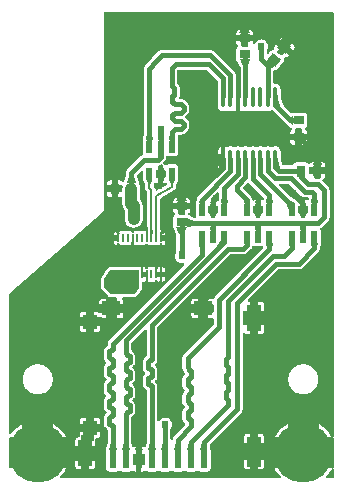
<source format=gtl>
G04 Layer: TopLayer*
G04 EasyEDA v6.5.54, 2026-02-02 14:17:09*
G04 bcfb6501049744fd9474f124fab8c73b,b56bf7277742442884ecbff68b5c164c,10*
G04 Gerber Generator version 0.2*
G04 Scale: 100 percent, Rotated: No, Reflected: No *
G04 Dimensions in millimeters *
G04 leading zeros omitted , absolute positions ,4 integer and 5 decimal *
%FSLAX45Y45*%
%MOMM*%

%AMMACRO1*21,1,$1,$2,0,0,$3*%
%ADD10C,0.2000*%
%ADD11C,0.4000*%
%ADD12C,1.0000*%
%ADD13R,0.5320X1.0720*%
%ADD14O,0.3556X1.814805*%
%ADD15O,0.356006X1.815008*%
%ADD16R,0.9000X0.8000*%
%ADD17R,0.8000X0.9000*%
%ADD18R,0.6000X1.6000*%
%ADD19R,0.0137X1.6000*%
%ADD20R,1.1500X2.2000*%
%ADD21R,1.1500X2.5000*%
%ADD22R,1.5000X1.1500*%
%ADD23R,1.1600X1.2000*%
%ADD24R,1.1600X1.2500*%
%ADD25MACRO1,0.8X0.9X51.0001*%
%ADD26R,0.2000X0.7000*%
%ADD27C,5.0000*%
%ADD28C,0.6200*%

%LPD*%
G36*
X145491Y25908D02*
G01*
X141630Y26670D01*
X138328Y28905D01*
X136144Y32156D01*
X135331Y36068D01*
X135331Y109931D01*
X36068Y109931D01*
X32156Y110744D01*
X28905Y112928D01*
X26670Y116230D01*
X25908Y120091D01*
X25908Y362508D01*
X26670Y366369D01*
X28905Y369671D01*
X32156Y371856D01*
X36068Y372668D01*
X135331Y372668D01*
X135331Y483666D01*
X128727Y480212D01*
X109220Y467868D01*
X90830Y453898D01*
X73660Y438404D01*
X57861Y421589D01*
X44043Y404164D01*
X40843Y401472D01*
X36830Y400304D01*
X32715Y400862D01*
X29159Y402996D01*
X26771Y406400D01*
X25908Y410464D01*
X25908Y1583588D01*
X26822Y1587754D01*
X29362Y1591208D01*
X816813Y2280158D01*
X820115Y2283612D01*
X823772Y2289860D01*
X825195Y2293924D01*
X826008Y2300579D01*
X826008Y3963924D01*
X826769Y3967835D01*
X829005Y3971086D01*
X832256Y3973322D01*
X836168Y3974084D01*
X2764028Y3974084D01*
X2767939Y3973322D01*
X2771190Y3971086D01*
X2773426Y3967835D01*
X2774188Y3963924D01*
X2774188Y381152D01*
X2773273Y376885D01*
X2770632Y373430D01*
X2767939Y371856D01*
X2771190Y369671D01*
X2773426Y366369D01*
X2774188Y362508D01*
X2774188Y120091D01*
X2773426Y116230D01*
X2771190Y112928D01*
X2767736Y110693D01*
X2770632Y109169D01*
X2773273Y105714D01*
X2774188Y101447D01*
X2774188Y36068D01*
X2773426Y32156D01*
X2771190Y28905D01*
X2767939Y26670D01*
X2764028Y25908D01*
X2713532Y25908D01*
X2709621Y26670D01*
X2706319Y28905D01*
X2704084Y32207D01*
X2703372Y36118D01*
X2704185Y40030D01*
X2706420Y43332D01*
X2715717Y52425D01*
X2730804Y69900D01*
X2744368Y88595D01*
X2755341Y106680D01*
X2758592Y109931D01*
X2645918Y109931D01*
X2645918Y36068D01*
X2645156Y32156D01*
X2642971Y28905D01*
X2639669Y26670D01*
X2635758Y25908D01*
X2393391Y25908D01*
X2389530Y26670D01*
X2386228Y28905D01*
X2383993Y32156D01*
X2383231Y36068D01*
X2383231Y109931D01*
X2272233Y109931D01*
X2278583Y98399D01*
X2291384Y79146D01*
X2305710Y61010D01*
X2321560Y44196D01*
X2324557Y40386D01*
X2325522Y36423D01*
X2324862Y32410D01*
X2322677Y29006D01*
X2319324Y26720D01*
X2315362Y25908D01*
X465632Y25908D01*
X461721Y26670D01*
X458419Y28905D01*
X456234Y32207D01*
X455472Y36118D01*
X456285Y40030D01*
X458520Y43332D01*
X467817Y52425D01*
X482904Y69900D01*
X496519Y88595D01*
X509270Y109931D01*
X398068Y109931D01*
X398068Y36068D01*
X397256Y32156D01*
X395071Y28905D01*
X391769Y26670D01*
X387908Y25908D01*
G37*

%LPC*%
G36*
X874877Y81788D02*
G01*
X933703Y81788D01*
X940053Y82499D01*
X945489Y84429D01*
X950417Y87528D01*
X952093Y89204D01*
X955395Y91440D01*
X959307Y92202D01*
X963168Y91440D01*
X966469Y89204D01*
X968197Y87528D01*
X973074Y84429D01*
X978560Y82499D01*
X984859Y81788D01*
X1043736Y81788D01*
X1050036Y82499D01*
X1055522Y84429D01*
X1060399Y87528D01*
X1062126Y89255D01*
X1065428Y91440D01*
X1069340Y92202D01*
X1073200Y91440D01*
X1076502Y89255D01*
X1078179Y87528D01*
X1083106Y84480D01*
X1088542Y82550D01*
X1094892Y81838D01*
X1102969Y81838D01*
X1102969Y141376D01*
X1080363Y141376D01*
X1076502Y142189D01*
X1073200Y144373D01*
X1070965Y147675D01*
X1070203Y151536D01*
X1070203Y223926D01*
X1070965Y227838D01*
X1073200Y231140D01*
X1076502Y233324D01*
X1080363Y234086D01*
X1102969Y234086D01*
X1102969Y293674D01*
X1094892Y293674D01*
X1088542Y292963D01*
X1083106Y291033D01*
X1081125Y289814D01*
X1077417Y288391D01*
X1073454Y288493D01*
X1069848Y290118D01*
X1067104Y293014D01*
X1065682Y296722D01*
X1060246Y329031D01*
X1060145Y539394D01*
X1061059Y543661D01*
X1063650Y547116D01*
X1067003Y549960D01*
X1077925Y560984D01*
X1083208Y567944D01*
X1086967Y575513D01*
X1089253Y583641D01*
X1090117Y592531D01*
X1090066Y643280D01*
X1088948Y652068D01*
X1086358Y660095D01*
X1082294Y667613D01*
X1077976Y673201D01*
X1071321Y680059D01*
X1069187Y683361D01*
X1068425Y687171D01*
X1069187Y691032D01*
X1071372Y694283D01*
X1077925Y700938D01*
X1083208Y707898D01*
X1086967Y715467D01*
X1089253Y723595D01*
X1090117Y732485D01*
X1090066Y783234D01*
X1088948Y792022D01*
X1086358Y800049D01*
X1082294Y807567D01*
X1077976Y813155D01*
X1071270Y820064D01*
X1069136Y823315D01*
X1068374Y827125D01*
X1069136Y830986D01*
X1071270Y834237D01*
X1077874Y841095D01*
X1083208Y848106D01*
X1086967Y855675D01*
X1089253Y863803D01*
X1090117Y872693D01*
X1090066Y923188D01*
X1088948Y931976D01*
X1086358Y940003D01*
X1082294Y947521D01*
X1077976Y953109D01*
X1071168Y960119D01*
X1069035Y963371D01*
X1068324Y967232D01*
X1069086Y971042D01*
X1071270Y974344D01*
X1077925Y981100D01*
X1083208Y988060D01*
X1086967Y995629D01*
X1089253Y1003757D01*
X1090117Y1012647D01*
X1090066Y1064006D01*
X1088847Y1072743D01*
X1086154Y1080770D01*
X1082040Y1088136D01*
X1076299Y1095044D01*
X1067003Y1104341D01*
X1063650Y1107186D01*
X1061059Y1110640D01*
X1060145Y1114907D01*
X1060145Y1168806D01*
X1060907Y1172667D01*
X1063091Y1175969D01*
X1170940Y1283817D01*
X1174242Y1286002D01*
X1178102Y1286764D01*
X1182014Y1286002D01*
X1185316Y1283817D01*
X1187500Y1280515D01*
X1188262Y1276604D01*
X1188262Y1064869D01*
X1187348Y1060602D01*
X1184757Y1057148D01*
X1181404Y1054303D01*
X1170482Y1043279D01*
X1165199Y1036319D01*
X1161440Y1028750D01*
X1159154Y1020622D01*
X1158290Y1011732D01*
X1158341Y960983D01*
X1159459Y952195D01*
X1162050Y944168D01*
X1166114Y936650D01*
X1170432Y931062D01*
X1177137Y924153D01*
X1179271Y920902D01*
X1180033Y917041D01*
X1179271Y913231D01*
X1177137Y909980D01*
X1170533Y903122D01*
X1165199Y896112D01*
X1161440Y888542D01*
X1159154Y880414D01*
X1158290Y871524D01*
X1158341Y820166D01*
X1159560Y811428D01*
X1162253Y803402D01*
X1166368Y796036D01*
X1172108Y789127D01*
X1181404Y779830D01*
X1184757Y776986D01*
X1187348Y773531D01*
X1188262Y769264D01*
X1188161Y328980D01*
X1182827Y296824D01*
X1181455Y293065D01*
X1178712Y290169D01*
X1175105Y288544D01*
X1171143Y288442D01*
X1167384Y289864D01*
X1165504Y291033D01*
X1160068Y292963D01*
X1153718Y293674D01*
X1145641Y293674D01*
X1145641Y234086D01*
X1168196Y234086D01*
X1172108Y233324D01*
X1175410Y231140D01*
X1177594Y227838D01*
X1178356Y223926D01*
X1178356Y151536D01*
X1177594Y147675D01*
X1175410Y144373D01*
X1172108Y142189D01*
X1168196Y141376D01*
X1145641Y141376D01*
X1145641Y81838D01*
X1153718Y81838D01*
X1160068Y82550D01*
X1165504Y84480D01*
X1170432Y87528D01*
X1172108Y89204D01*
X1175410Y91440D01*
X1179271Y92202D01*
X1183182Y91440D01*
X1186484Y89204D01*
X1188161Y87528D01*
X1193088Y84429D01*
X1198524Y82499D01*
X1204874Y81788D01*
X1263700Y81788D01*
X1270050Y82499D01*
X1275486Y84429D01*
X1280414Y87528D01*
X1282090Y89204D01*
X1285392Y91440D01*
X1289304Y92202D01*
X1293164Y91440D01*
X1296466Y89204D01*
X1298194Y87528D01*
X1303070Y84429D01*
X1308557Y82499D01*
X1314856Y81788D01*
X1373733Y81788D01*
X1380032Y82499D01*
X1385519Y84429D01*
X1390396Y87528D01*
X1392123Y89204D01*
X1395425Y91389D01*
X1399286Y92202D01*
X1403197Y91389D01*
X1406499Y89204D01*
X1408176Y87528D01*
X1413103Y84429D01*
X1418539Y82499D01*
X1424889Y81788D01*
X1483715Y81788D01*
X1490065Y82499D01*
X1495501Y84429D01*
X1500428Y87528D01*
X1502105Y89204D01*
X1505407Y91389D01*
X1509318Y92202D01*
X1513179Y91389D01*
X1516481Y89204D01*
X1518158Y87528D01*
X1523085Y84429D01*
X1528521Y82499D01*
X1534871Y81788D01*
X1593697Y81788D01*
X1600047Y82499D01*
X1605483Y84429D01*
X1610410Y87528D01*
X1612087Y89204D01*
X1615389Y91389D01*
X1619300Y92202D01*
X1623161Y91389D01*
X1626463Y89204D01*
X1628190Y87528D01*
X1633067Y84429D01*
X1638554Y82499D01*
X1644853Y81788D01*
X1703730Y81788D01*
X1710029Y82499D01*
X1715516Y84429D01*
X1720392Y87528D01*
X1724507Y91592D01*
X1727555Y96520D01*
X1729486Y101955D01*
X1730197Y108305D01*
X1730197Y267309D01*
X1729790Y272338D01*
X1724050Y306933D01*
X1724050Y310134D01*
X1725015Y313182D01*
X1726895Y315772D01*
X1989480Y578408D01*
X1994814Y585470D01*
X1998573Y593039D01*
X2000859Y601167D01*
X2001723Y610057D01*
X2001723Y1253185D01*
X2002637Y1257452D01*
X2005228Y1260906D01*
X2009038Y1262989D01*
X2013407Y1263243D01*
X2017420Y1261719D01*
X2021078Y1257655D01*
X2025192Y1253540D01*
X2030069Y1250492D01*
X2035556Y1248562D01*
X2041855Y1247851D01*
X2063699Y1247851D01*
X2063699Y1322425D01*
X2011883Y1322425D01*
X2007971Y1323187D01*
X2004669Y1325372D01*
X2002485Y1328674D01*
X2001723Y1332585D01*
X2001723Y1434947D01*
X2002485Y1438859D01*
X2004669Y1442110D01*
X2007971Y1444345D01*
X2011883Y1445107D01*
X2063699Y1445107D01*
X2063699Y1519682D01*
X2053640Y1519682D01*
X2049729Y1520444D01*
X2046427Y1522628D01*
X2044242Y1525930D01*
X2043480Y1529842D01*
X2044242Y1533702D01*
X2046427Y1537004D01*
X2302052Y1792630D01*
X2305354Y1794814D01*
X2309215Y1795576D01*
X2478278Y1795627D01*
X2487015Y1796846D01*
X2495042Y1799539D01*
X2502408Y1803654D01*
X2509316Y1809394D01*
X2643276Y1943404D01*
X2648610Y1950466D01*
X2652369Y1958035D01*
X2654706Y1966264D01*
X2655163Y1970532D01*
X2661716Y2011425D01*
X2662123Y2016302D01*
X2662123Y2122525D01*
X2661412Y2128875D01*
X2660040Y2132736D01*
X2659481Y2136241D01*
X2660142Y2139696D01*
X2661970Y2142744D01*
X2664714Y2144979D01*
X2667508Y2146554D01*
X2674416Y2152294D01*
X2726080Y2204008D01*
X2731414Y2211070D01*
X2735173Y2218639D01*
X2737459Y2226767D01*
X2738323Y2235657D01*
X2738272Y2465578D01*
X2737053Y2474315D01*
X2734360Y2482342D01*
X2730246Y2489708D01*
X2724505Y2496616D01*
X2678684Y2542438D01*
X2676448Y2545842D01*
X2675737Y2549804D01*
X2676652Y2553817D01*
X2679039Y2557119D01*
X2682544Y2559202D01*
X2686608Y2560624D01*
X2691485Y2563672D01*
X2695600Y2567787D01*
X2698648Y2572664D01*
X2700578Y2578150D01*
X2701290Y2584450D01*
X2701290Y2600045D01*
X2661716Y2600045D01*
X2661716Y2569768D01*
X2660853Y2565654D01*
X2658414Y2562250D01*
X2654808Y2560116D01*
X2650642Y2559608D01*
X2641142Y2560523D01*
X2619197Y2560523D01*
X2615285Y2561285D01*
X2612034Y2563469D01*
X2609799Y2566771D01*
X2609037Y2570683D01*
X2609037Y2600045D01*
X2571496Y2600045D01*
X2567584Y2600807D01*
X2564282Y2603042D01*
X2562098Y2606294D01*
X2561336Y2610205D01*
X2561336Y2647594D01*
X2562098Y2651455D01*
X2564282Y2654757D01*
X2567584Y2656992D01*
X2571496Y2657754D01*
X2609037Y2657754D01*
X2609037Y2699816D01*
X2595930Y2699816D01*
X2589631Y2699105D01*
X2584196Y2697175D01*
X2579268Y2694076D01*
X2575204Y2690012D01*
X2573985Y2688132D01*
X2571191Y2685186D01*
X2567432Y2683560D01*
X2563368Y2683560D01*
X2559608Y2685186D01*
X2556814Y2688132D01*
X2555595Y2690012D01*
X2551531Y2694076D01*
X2546604Y2697175D01*
X2541168Y2699105D01*
X2534818Y2699816D01*
X2455976Y2699816D01*
X2449677Y2699105D01*
X2444191Y2697175D01*
X2439314Y2694076D01*
X2435199Y2690012D01*
X2432100Y2685084D01*
X2430881Y2681630D01*
X2428748Y2678074D01*
X2425395Y2675636D01*
X2421331Y2674823D01*
X2345893Y2674823D01*
X2341676Y2675737D01*
X2338171Y2678379D01*
X2336139Y2682189D01*
X2325928Y2718003D01*
X2325573Y2720797D01*
X2325573Y2731312D01*
X2324709Y2740202D01*
X2323744Y2743657D01*
X2323338Y2746451D01*
X2323338Y2791510D01*
X2322576Y2799994D01*
X2320340Y2807766D01*
X2316784Y2814980D01*
X2311908Y2821381D01*
X2305964Y2826816D01*
X2299106Y2831084D01*
X2291588Y2833979D01*
X2283663Y2835452D01*
X2275636Y2835452D01*
X2267712Y2833979D01*
X2260193Y2831084D01*
X2253234Y2826766D01*
X2249779Y2825445D01*
X2246020Y2825445D01*
X2242566Y2826766D01*
X2235606Y2831084D01*
X2228088Y2833979D01*
X2220163Y2835452D01*
X2212136Y2835452D01*
X2204212Y2833979D01*
X2196693Y2831084D01*
X2189683Y2826766D01*
X2186228Y2825394D01*
X2182469Y2825394D01*
X2179015Y2826766D01*
X2172106Y2831033D01*
X2164588Y2833928D01*
X2156663Y2835402D01*
X2148636Y2835402D01*
X2140712Y2833928D01*
X2133193Y2831033D01*
X2126234Y2826715D01*
X2122779Y2825394D01*
X2119020Y2825394D01*
X2115566Y2826715D01*
X2108606Y2831033D01*
X2101088Y2833928D01*
X2093163Y2835402D01*
X2085136Y2835402D01*
X2077212Y2833928D01*
X2069693Y2831033D01*
X2062734Y2826715D01*
X2059279Y2825394D01*
X2055520Y2825394D01*
X2052066Y2826715D01*
X2045106Y2831033D01*
X2037588Y2833928D01*
X2029663Y2835402D01*
X2021636Y2835402D01*
X2013712Y2833928D01*
X2006193Y2831033D01*
X1999234Y2826715D01*
X1995779Y2825394D01*
X1992020Y2825394D01*
X1988566Y2826715D01*
X1981606Y2831033D01*
X1974088Y2833928D01*
X1966163Y2835402D01*
X1958136Y2835402D01*
X1950212Y2833928D01*
X1942693Y2831033D01*
X1935734Y2826715D01*
X1932279Y2825394D01*
X1928520Y2825394D01*
X1925066Y2826715D01*
X1918106Y2831033D01*
X1910588Y2833928D01*
X1902663Y2835402D01*
X1894636Y2835402D01*
X1886712Y2833928D01*
X1879193Y2831033D01*
X1872234Y2826715D01*
X1868779Y2825394D01*
X1865020Y2825394D01*
X1861566Y2826715D01*
X1854606Y2831033D01*
X1850389Y2832658D01*
X1850389Y2769057D01*
X1852828Y2766771D01*
X1854403Y2763875D01*
X1854962Y2760573D01*
X1854962Y2746502D01*
X1854555Y2743708D01*
X1853590Y2740202D01*
X1852726Y2731312D01*
X1852726Y2677464D01*
X1852117Y2673959D01*
X1850389Y2670911D01*
X1850389Y2643428D01*
X1849628Y2639517D01*
X1847392Y2636215D01*
X1837232Y2626055D01*
X1833930Y2623870D01*
X1830070Y2623108D01*
X1826158Y2623870D01*
X1822856Y2626055D01*
X1820672Y2629357D01*
X1819910Y2633268D01*
X1819910Y2667304D01*
X1791462Y2667304D01*
X1791462Y2646527D01*
X1792224Y2638044D01*
X1794459Y2630271D01*
X1798015Y2623058D01*
X1802892Y2616657D01*
X1808073Y2611932D01*
X1810461Y2608630D01*
X1811375Y2604668D01*
X1810664Y2600655D01*
X1808429Y2597251D01*
X1623923Y2412695D01*
X1618589Y2405634D01*
X1614830Y2398064D01*
X1612493Y2389835D01*
X1611934Y2385364D01*
X1605838Y2359202D01*
X1605076Y2352294D01*
X1605076Y2246274D01*
X1605432Y2242972D01*
X1605026Y2238756D01*
X1602943Y2235047D01*
X1599539Y2232558D01*
X1595424Y2231644D01*
X1591310Y2232507D01*
X1547215Y2251760D01*
X1543659Y2254300D01*
X1541526Y2258161D01*
X1541221Y2262479D01*
X1542745Y2266594D01*
X1547012Y2270353D01*
X1551076Y2274468D01*
X1554175Y2279345D01*
X1556105Y2284831D01*
X1556816Y2291130D01*
X1556816Y2304237D01*
X1514754Y2304237D01*
X1514754Y2266696D01*
X1513992Y2262784D01*
X1511757Y2259482D01*
X1508455Y2257298D01*
X1504594Y2256536D01*
X1467205Y2256536D01*
X1463294Y2257298D01*
X1460042Y2259482D01*
X1457807Y2262784D01*
X1457045Y2266696D01*
X1457045Y2304237D01*
X1414983Y2304237D01*
X1414983Y2291130D01*
X1415694Y2284831D01*
X1417624Y2279345D01*
X1420672Y2274468D01*
X1424787Y2270353D01*
X1426667Y2269185D01*
X1429613Y2266391D01*
X1431188Y2262632D01*
X1431188Y2258568D01*
X1429613Y2254808D01*
X1426667Y2252014D01*
X1424787Y2250795D01*
X1420672Y2246731D01*
X1417624Y2241804D01*
X1415694Y2236368D01*
X1414983Y2230069D01*
X1414983Y2151176D01*
X1415745Y2144725D01*
X1417167Y2140254D01*
X1439214Y2087321D01*
X1439976Y2083409D01*
X1439976Y1949907D01*
X1438198Y1937156D01*
X1437030Y1933702D01*
X1434084Y1928418D01*
X1430883Y1919325D01*
X1429258Y1909825D01*
X1429258Y1900174D01*
X1430883Y1890674D01*
X1434084Y1881581D01*
X1438757Y1873148D01*
X1444853Y1865630D01*
X1452067Y1859280D01*
X1460296Y1854200D01*
X1469237Y1850643D01*
X1478686Y1848612D01*
X1488287Y1848154D01*
X1498752Y1849526D01*
X1502918Y1849170D01*
X1506626Y1847189D01*
X1509166Y1843938D01*
X1510182Y1839874D01*
X1509522Y1835759D01*
X1507236Y1832254D01*
X870559Y1195527D01*
X865225Y1188466D01*
X861466Y1180896D01*
X859180Y1172768D01*
X858316Y1163878D01*
X858316Y1151229D01*
X857402Y1146962D01*
X854811Y1143508D01*
X851458Y1140663D01*
X840536Y1129639D01*
X835253Y1122680D01*
X831494Y1115110D01*
X829208Y1106982D01*
X828344Y1098092D01*
X828395Y1047343D01*
X829513Y1038555D01*
X832103Y1030528D01*
X836168Y1023010D01*
X840486Y1017422D01*
X847191Y1010513D01*
X849325Y1007262D01*
X850087Y1003401D01*
X849325Y999591D01*
X847191Y996340D01*
X840587Y989482D01*
X835253Y982471D01*
X831494Y974902D01*
X829208Y966774D01*
X828344Y957884D01*
X828395Y906526D01*
X829614Y897788D01*
X832307Y889762D01*
X836472Y882294D01*
X840435Y877265D01*
X847090Y870559D01*
X849274Y867308D01*
X850036Y863447D01*
X849274Y859637D01*
X847140Y856335D01*
X840587Y849528D01*
X835253Y842518D01*
X831494Y834948D01*
X829208Y826820D01*
X828344Y817930D01*
X828395Y766572D01*
X829614Y757834D01*
X832307Y749808D01*
X836472Y742340D01*
X840435Y737311D01*
X847140Y730554D01*
X849325Y727252D01*
X850087Y723392D01*
X849325Y719531D01*
X847140Y716229D01*
X840536Y709523D01*
X835253Y702564D01*
X831494Y694994D01*
X829208Y686866D01*
X828344Y677976D01*
X828395Y626618D01*
X829614Y617880D01*
X832307Y609854D01*
X836472Y602386D01*
X840435Y597357D01*
X847140Y590600D01*
X849325Y587298D01*
X850087Y583438D01*
X849325Y579577D01*
X847140Y576275D01*
X840536Y569569D01*
X835253Y562610D01*
X831494Y555040D01*
X829208Y546912D01*
X828344Y538022D01*
X828395Y486664D01*
X829614Y477926D01*
X832307Y469900D01*
X836421Y462534D01*
X842162Y455625D01*
X851458Y446328D01*
X854811Y443484D01*
X857402Y440029D01*
X858316Y435762D01*
X858215Y328980D01*
X848817Y272338D01*
X848410Y267309D01*
X848410Y108254D01*
X849121Y101955D01*
X851001Y96520D01*
X854100Y91592D01*
X858164Y87528D01*
X863092Y84429D01*
X868527Y82499D01*
G37*
G36*
X704900Y99822D02*
G01*
X726744Y99822D01*
X733044Y100533D01*
X738530Y102463D01*
X743407Y105562D01*
X747522Y109626D01*
X750570Y114554D01*
X752500Y119989D01*
X753211Y126339D01*
X753211Y174396D01*
X704900Y174396D01*
G37*
G36*
X612851Y99822D02*
G01*
X634695Y99822D01*
X634695Y174396D01*
X586384Y174396D01*
X586384Y126339D01*
X587095Y119989D01*
X589026Y114554D01*
X592074Y109626D01*
X596188Y105562D01*
X601065Y102463D01*
X606552Y100533D01*
G37*
G36*
X2133904Y99822D02*
G01*
X2155698Y99822D01*
X2162048Y100533D01*
X2167483Y102463D01*
X2172411Y105562D01*
X2176475Y109626D01*
X2179574Y114554D01*
X2181504Y119989D01*
X2182215Y126339D01*
X2182215Y181914D01*
X2133904Y181914D01*
G37*
G36*
X2041855Y99822D02*
G01*
X2063699Y99822D01*
X2063699Y181914D01*
X2015388Y181914D01*
X2015388Y126339D01*
X2016099Y119989D01*
X2017979Y114554D01*
X2021078Y109626D01*
X2025192Y105562D01*
X2030069Y102463D01*
X2035556Y100533D01*
G37*
G36*
X586384Y297078D02*
G01*
X634695Y297078D01*
X634695Y381812D01*
X635457Y385724D01*
X637692Y389026D01*
X640994Y391210D01*
X644855Y391972D01*
X674928Y391972D01*
X674928Y413156D01*
X626364Y413156D01*
X626364Y388823D01*
X627024Y382981D01*
X626618Y378714D01*
X624535Y375056D01*
X621080Y372567D01*
X616966Y371652D01*
X612851Y371652D01*
X606552Y370941D01*
X601065Y369062D01*
X596188Y365963D01*
X592074Y361848D01*
X589026Y356971D01*
X587095Y351485D01*
X586384Y345186D01*
G37*
G36*
X704900Y297078D02*
G01*
X753211Y297078D01*
X753211Y345186D01*
X752551Y351028D01*
X752957Y355244D01*
X755091Y358952D01*
X758494Y361442D01*
X762660Y362356D01*
X767740Y362356D01*
X774039Y363067D01*
X779526Y364947D01*
X784402Y368046D01*
X788517Y372110D01*
X791565Y377037D01*
X793496Y382473D01*
X794207Y388823D01*
X794207Y413156D01*
X745642Y413156D01*
X745642Y352196D01*
X744880Y348284D01*
X742645Y344982D01*
X739343Y342798D01*
X735482Y342036D01*
X704900Y342036D01*
G37*
G36*
X2133904Y319582D02*
G01*
X2182215Y319582D01*
X2182215Y375158D01*
X2181504Y381508D01*
X2179574Y386943D01*
X2176475Y391871D01*
X2172411Y395935D01*
X2167483Y399034D01*
X2162048Y400964D01*
X2155698Y401675D01*
X2133904Y401675D01*
G37*
G36*
X2015388Y319582D02*
G01*
X2063699Y319582D01*
X2063699Y401675D01*
X2041855Y401675D01*
X2035556Y400964D01*
X2030069Y399034D01*
X2025192Y395935D01*
X2021078Y391871D01*
X2017979Y386943D01*
X2016099Y381508D01*
X2015388Y375158D01*
G37*
G36*
X2272233Y372668D02*
G01*
X2383231Y372668D01*
X2383231Y483666D01*
X2376627Y480212D01*
X2357120Y467868D01*
X2338730Y453898D01*
X2321560Y438404D01*
X2305710Y421589D01*
X2291384Y403453D01*
X2278583Y384200D01*
G37*
G36*
X398068Y372668D02*
G01*
X509270Y372668D01*
X496519Y394004D01*
X482904Y412648D01*
X467817Y430174D01*
X451307Y446328D01*
X433527Y461060D01*
X414528Y474268D01*
X398068Y483768D01*
G37*
G36*
X2645918Y372668D02*
G01*
X2758592Y372668D01*
X2755341Y375920D01*
X2744368Y394004D01*
X2730804Y412648D01*
X2715717Y430174D01*
X2699207Y446328D01*
X2681376Y461060D01*
X2662428Y474268D01*
X2645918Y483768D01*
G37*
G36*
X745642Y488340D02*
G01*
X794207Y488340D01*
X794207Y512673D01*
X793496Y519023D01*
X791565Y524459D01*
X788517Y529386D01*
X784402Y533450D01*
X779526Y536549D01*
X774039Y538429D01*
X767740Y539140D01*
X745642Y539140D01*
G37*
G36*
X626364Y488340D02*
G01*
X674928Y488340D01*
X674928Y539140D01*
X652881Y539140D01*
X646531Y538429D01*
X641096Y536549D01*
X636168Y533450D01*
X632104Y529386D01*
X629005Y524459D01*
X627075Y519023D01*
X626364Y512673D01*
G37*
G36*
X2514600Y736092D02*
G01*
X2529941Y737057D01*
X2545080Y739800D01*
X2559812Y744372D01*
X2573832Y750722D01*
X2587040Y758698D01*
X2599131Y768146D01*
X2610002Y779068D01*
X2619502Y791159D01*
X2627477Y804367D01*
X2633776Y818388D01*
X2638399Y833069D01*
X2641142Y848207D01*
X2642108Y863600D01*
X2641142Y878941D01*
X2638399Y894130D01*
X2633776Y908812D01*
X2627477Y922832D01*
X2619502Y936040D01*
X2610002Y948131D01*
X2599131Y959002D01*
X2587040Y968502D01*
X2573832Y976477D01*
X2559812Y982776D01*
X2545080Y987399D01*
X2529941Y990142D01*
X2514600Y991108D01*
X2499207Y990142D01*
X2484069Y987399D01*
X2469388Y982776D01*
X2455367Y976477D01*
X2442159Y968502D01*
X2430068Y959002D01*
X2419146Y948131D01*
X2409698Y936040D01*
X2401722Y922832D01*
X2395372Y908812D01*
X2390800Y894130D01*
X2388057Y878941D01*
X2387092Y863600D01*
X2388057Y848207D01*
X2390800Y833069D01*
X2395372Y818388D01*
X2401722Y804367D01*
X2409698Y791159D01*
X2419146Y779068D01*
X2430068Y768146D01*
X2442159Y758698D01*
X2455367Y750722D01*
X2469388Y744372D01*
X2484069Y739800D01*
X2499207Y737057D01*
G37*
G36*
X266700Y736092D02*
G01*
X282092Y737057D01*
X297230Y739800D01*
X311912Y744372D01*
X325932Y750722D01*
X339140Y758698D01*
X351231Y768146D01*
X362102Y779068D01*
X371602Y791159D01*
X379577Y804367D01*
X385927Y818388D01*
X390499Y833069D01*
X393242Y848207D01*
X394208Y863600D01*
X393242Y878941D01*
X390499Y894130D01*
X385927Y908812D01*
X379577Y922832D01*
X371602Y936040D01*
X362102Y948131D01*
X351231Y959002D01*
X339140Y968502D01*
X325932Y976477D01*
X311912Y982776D01*
X297230Y987399D01*
X282092Y990142D01*
X266700Y991108D01*
X251307Y990142D01*
X236169Y987399D01*
X221488Y982776D01*
X207467Y976477D01*
X194259Y968502D01*
X182168Y959002D01*
X171297Y948131D01*
X161798Y936040D01*
X153822Y922832D01*
X147472Y908812D01*
X142900Y894130D01*
X140157Y878941D01*
X139192Y863600D01*
X140157Y848207D01*
X142900Y833069D01*
X147472Y818388D01*
X153822Y804367D01*
X161798Y791159D01*
X171297Y779068D01*
X182168Y768146D01*
X194259Y758698D01*
X207467Y750722D01*
X221488Y744372D01*
X236169Y739800D01*
X251307Y737057D01*
G37*
G36*
X2133904Y1247851D02*
G01*
X2155698Y1247851D01*
X2162048Y1248562D01*
X2167483Y1250492D01*
X2172411Y1253540D01*
X2176475Y1257655D01*
X2179574Y1262532D01*
X2181504Y1268018D01*
X2182215Y1274318D01*
X2182215Y1322425D01*
X2133904Y1322425D01*
G37*
G36*
X745642Y1264818D02*
G01*
X767740Y1264818D01*
X774039Y1265529D01*
X779526Y1267460D01*
X784402Y1270508D01*
X788517Y1274622D01*
X791565Y1279499D01*
X793496Y1284986D01*
X794207Y1291285D01*
X794207Y1314399D01*
X745642Y1314399D01*
G37*
G36*
X652881Y1264818D02*
G01*
X674928Y1264818D01*
X674928Y1314399D01*
X626364Y1314399D01*
X626364Y1291285D01*
X627075Y1284986D01*
X629005Y1279499D01*
X632104Y1274622D01*
X636168Y1270508D01*
X641096Y1267460D01*
X646531Y1265529D01*
G37*
G36*
X934161Y1379829D02*
G01*
X964742Y1379829D01*
X971042Y1380540D01*
X976528Y1382471D01*
X981405Y1385519D01*
X985519Y1389634D01*
X988568Y1394510D01*
X990498Y1399997D01*
X991209Y1406296D01*
X991209Y1428140D01*
X934161Y1428140D01*
G37*
G36*
X815848Y1379829D02*
G01*
X846429Y1379829D01*
X846429Y1428140D01*
X779221Y1428140D01*
X775360Y1428902D01*
X772058Y1431086D01*
X769823Y1434388D01*
X769416Y1436471D01*
X767740Y1436624D01*
X745642Y1436624D01*
X745642Y1387094D01*
X804367Y1387094D01*
X808075Y1386382D01*
X811276Y1384401D01*
X813511Y1381353D01*
X813866Y1380032D01*
G37*
G36*
X626364Y1387094D02*
G01*
X674928Y1387094D01*
X674928Y1436624D01*
X652881Y1436624D01*
X646531Y1435912D01*
X641096Y1434033D01*
X636168Y1430934D01*
X632104Y1426870D01*
X629005Y1421942D01*
X627075Y1416507D01*
X626364Y1410157D01*
G37*
G36*
X2133904Y1445107D02*
G01*
X2182215Y1445107D01*
X2182215Y1493164D01*
X2181504Y1499514D01*
X2179574Y1504950D01*
X2176475Y1509877D01*
X2172411Y1513941D01*
X2167483Y1517040D01*
X2162048Y1518970D01*
X2155698Y1519682D01*
X2133904Y1519682D01*
G37*
G36*
X789381Y1498346D02*
G01*
X846429Y1498346D01*
X846429Y1546656D01*
X815848Y1546656D01*
X809548Y1545945D01*
X804062Y1544015D01*
X799185Y1540916D01*
X795070Y1536852D01*
X792022Y1531924D01*
X790092Y1526489D01*
X789381Y1520190D01*
G37*
G36*
X934161Y1498346D02*
G01*
X991209Y1498346D01*
X991209Y1520190D01*
X990498Y1526489D01*
X988568Y1531924D01*
X985519Y1536852D01*
X982421Y1539951D01*
X980236Y1543253D01*
X979424Y1547114D01*
X980236Y1551025D01*
X982421Y1554327D01*
X985723Y1556512D01*
X989584Y1557274D01*
X1082243Y1557274D01*
X1088288Y1557934D01*
X1093774Y1559864D01*
X1098702Y1562963D01*
X1101039Y1565097D01*
X1126083Y1590090D01*
X1127709Y1591919D01*
X1131366Y1597507D01*
X1143558Y1621891D01*
X1145743Y1627835D01*
X1146556Y1634591D01*
X1146556Y1679956D01*
X1147318Y1683867D01*
X1149502Y1687169D01*
X1152804Y1689354D01*
X1156716Y1690116D01*
X1159713Y1690116D01*
X1170228Y1691690D01*
X1174546Y1690776D01*
X1178966Y1690319D01*
X1178966Y1698243D01*
X1179880Y1702511D01*
X1182471Y1705965D01*
X1186281Y1708048D01*
X1190599Y1708302D01*
X1194663Y1706778D01*
X1197711Y1703679D01*
X1200099Y1699869D01*
X1201267Y1697278D01*
X1201623Y1694484D01*
X1201623Y1690319D01*
X1210310Y1691690D01*
X1214526Y1690776D01*
X1220876Y1690065D01*
X1239723Y1690065D01*
X1246073Y1690776D01*
X1250340Y1691690D01*
X1254556Y1690827D01*
X1258925Y1690319D01*
X1258925Y1694484D01*
X1259332Y1697278D01*
X1260500Y1699869D01*
X1262888Y1703679D01*
X1265936Y1706727D01*
X1269949Y1708302D01*
X1274267Y1707997D01*
X1278128Y1705965D01*
X1280718Y1702460D01*
X1281633Y1698243D01*
X1281633Y1690319D01*
X1290218Y1691690D01*
X1294536Y1690776D01*
X1298956Y1690319D01*
X1298956Y1727149D01*
X1276350Y1727149D01*
X1272489Y1727911D01*
X1269187Y1730095D01*
X1267002Y1733397D01*
X1266190Y1737309D01*
X1266190Y1764741D01*
X1267002Y1768602D01*
X1269187Y1771904D01*
X1272489Y1774088D01*
X1276350Y1774901D01*
X1298956Y1774901D01*
X1298956Y1811680D01*
X1290370Y1810308D01*
X1286052Y1811223D01*
X1281633Y1811731D01*
X1281633Y1803704D01*
X1280718Y1799488D01*
X1278128Y1796034D01*
X1274267Y1793951D01*
X1269949Y1793697D01*
X1265936Y1795221D01*
X1262888Y1798320D01*
X1260500Y1802130D01*
X1259332Y1804720D01*
X1258925Y1807514D01*
X1258925Y1811731D01*
X1250238Y1810308D01*
X1246073Y1811172D01*
X1239723Y1811883D01*
X1220876Y1811883D01*
X1214526Y1811172D01*
X1210310Y1810308D01*
X1206042Y1811172D01*
X1201623Y1811680D01*
X1201623Y1807514D01*
X1201267Y1804670D01*
X1200099Y1802079D01*
X1197711Y1798320D01*
X1194663Y1795221D01*
X1190599Y1793646D01*
X1186281Y1793951D01*
X1182471Y1796034D01*
X1179880Y1799488D01*
X1178966Y1803704D01*
X1178966Y1811680D01*
X1170381Y1810308D01*
X1166063Y1811223D01*
X1161643Y1811731D01*
X1161643Y1804670D01*
X1160729Y1800402D01*
X1158138Y1796948D01*
X1154328Y1794865D01*
X1149959Y1794611D01*
X1145946Y1796135D01*
X1142898Y1799234D01*
X1140510Y1803044D01*
X1139342Y1805635D01*
X1138936Y1808429D01*
X1138936Y1811731D01*
X1130960Y1810562D01*
X1126388Y1811578D01*
X1120089Y1812289D01*
X877468Y1812239D01*
X871474Y1811020D01*
X866190Y1808632D01*
X861568Y1805178D01*
X857453Y1800301D01*
X807313Y1725015D01*
X804367Y1719376D01*
X802894Y1713585D01*
X802640Y1709826D01*
X802640Y1647240D01*
X803351Y1640941D01*
X805230Y1635506D01*
X808634Y1630121D01*
X858774Y1567434D01*
X862533Y1563471D01*
X868171Y1559915D01*
X873607Y1557985D01*
X879906Y1557274D01*
X924001Y1557274D01*
X927862Y1556512D01*
X931164Y1554327D01*
X933399Y1551025D01*
X934161Y1547114D01*
G37*
G36*
X1321663Y1690319D02*
G01*
X1326032Y1690776D01*
X1331518Y1692706D01*
X1336395Y1695805D01*
X1340510Y1699869D01*
X1343558Y1704797D01*
X1345488Y1710232D01*
X1346200Y1716582D01*
X1346200Y1727149D01*
X1321663Y1727149D01*
G37*
G36*
X1321663Y1774850D02*
G01*
X1346200Y1774850D01*
X1346200Y1785416D01*
X1345488Y1791716D01*
X1343558Y1797202D01*
X1340510Y1802079D01*
X1336395Y1806193D01*
X1331518Y1809292D01*
X1326032Y1811172D01*
X1321663Y1811680D01*
G37*
G36*
X980846Y1998116D02*
G01*
X999744Y1998116D01*
X1006043Y1998827D01*
X1010310Y1999742D01*
X1014526Y1998827D01*
X1020876Y1998116D01*
X1039723Y1998116D01*
X1050239Y1999691D01*
X1054557Y1998776D01*
X1058926Y1998319D01*
X1058926Y2002536D01*
X1059332Y2005330D01*
X1061669Y2009800D01*
X1064514Y2012746D01*
X1068273Y2014372D01*
X1072337Y2014372D01*
X1076096Y2012746D01*
X1078890Y2009800D01*
X1081227Y2005330D01*
X1081633Y2002485D01*
X1081633Y1998319D01*
X1090371Y1999691D01*
X1094536Y1998827D01*
X1100836Y1998116D01*
X1119733Y1998116D01*
X1126032Y1998827D01*
X1130300Y1999742D01*
X1134567Y1998827D01*
X1140866Y1998116D01*
X1159764Y1998116D01*
X1170279Y1999691D01*
X1174546Y1998776D01*
X1178966Y1998319D01*
X1178966Y2002485D01*
X1179322Y2005279D01*
X1181709Y2009800D01*
X1184503Y2012746D01*
X1188262Y2014321D01*
X1192326Y2014321D01*
X1196086Y2012746D01*
X1198930Y2009800D01*
X1201267Y2005330D01*
X1201623Y2002485D01*
X1201623Y1998319D01*
X1210360Y1999691D01*
X1214526Y1998827D01*
X1220876Y1998116D01*
X1239723Y1998116D01*
X1246022Y1998827D01*
X1250289Y1999691D01*
X1254556Y1998827D01*
X1260856Y1998116D01*
X1279702Y1998116D01*
X1290218Y1999691D01*
X1294536Y1998776D01*
X1298956Y1998319D01*
X1298956Y2002536D01*
X1299362Y2005330D01*
X1300480Y2007920D01*
X1302867Y2011730D01*
X1305915Y2014829D01*
X1309979Y2016353D01*
X1314297Y2016048D01*
X1318107Y2014016D01*
X1320698Y2010562D01*
X1321663Y2006295D01*
X1321663Y1998319D01*
X1326032Y1998776D01*
X1331518Y2000707D01*
X1336395Y2003806D01*
X1340510Y2007870D01*
X1343558Y2012797D01*
X1345488Y2018233D01*
X1346200Y2024583D01*
X1346200Y2035149D01*
X1316329Y2035149D01*
X1312468Y2035911D01*
X1309166Y2038096D01*
X1306982Y2041398D01*
X1306169Y2045309D01*
X1306169Y2072690D01*
X1306982Y2076551D01*
X1309166Y2079853D01*
X1312468Y2082088D01*
X1316329Y2082850D01*
X1346200Y2082850D01*
X1346200Y2093417D01*
X1345488Y2099716D01*
X1343558Y2105202D01*
X1340510Y2110079D01*
X1336395Y2114194D01*
X1331518Y2117293D01*
X1326032Y2119172D01*
X1319733Y2119884D01*
X1316329Y2119884D01*
X1312418Y2120646D01*
X1309116Y2122881D01*
X1306931Y2126183D01*
X1306169Y2130044D01*
X1305915Y2387244D01*
X1306525Y2390648D01*
X1308201Y2393645D01*
X1310741Y2395931D01*
X1420520Y2463444D01*
X1426006Y2467559D01*
X1431086Y2473198D01*
X1434846Y2479700D01*
X1437132Y2486812D01*
X1437995Y2494788D01*
X1437995Y2510790D01*
X1439062Y2515311D01*
X1445361Y2527909D01*
X1447241Y2530551D01*
X1449882Y2533192D01*
X1452981Y2538069D01*
X1454912Y2543556D01*
X1455623Y2549855D01*
X1455623Y2655925D01*
X1454912Y2662275D01*
X1452981Y2667711D01*
X1449882Y2672638D01*
X1445818Y2676702D01*
X1440891Y2679801D01*
X1435455Y2681681D01*
X1429105Y2682392D01*
X1377086Y2682392D01*
X1370736Y2681681D01*
X1365300Y2679801D01*
X1360982Y2677109D01*
X1357477Y2675737D01*
X1353718Y2675737D01*
X1350213Y2677109D01*
X1345895Y2679801D01*
X1340459Y2681681D01*
X1335430Y2682240D01*
X1331163Y2683764D01*
X1327962Y2686913D01*
X1326438Y2691180D01*
X1326946Y2695702D01*
X1329334Y2699512D01*
X1341831Y2712110D01*
X1347114Y2719070D01*
X1350873Y2726639D01*
X1353210Y2734767D01*
X1353566Y2738526D01*
X1355140Y2746959D01*
X1356817Y2750921D01*
X1360017Y2753868D01*
X1364183Y2755188D01*
X1368501Y2754680D01*
X1370736Y2753868D01*
X1377086Y2753156D01*
X1429105Y2753156D01*
X1435455Y2753868D01*
X1440891Y2755798D01*
X1445818Y2758897D01*
X1449882Y2762961D01*
X1452981Y2767888D01*
X1454912Y2773324D01*
X1455623Y2779674D01*
X1455623Y2885998D01*
X1455420Y2889402D01*
X1451610Y2924048D01*
X1452016Y2928213D01*
X1454150Y2931922D01*
X1457553Y2934411D01*
X1461668Y2935274D01*
X1481683Y2935325D01*
X1490319Y2936544D01*
X1498346Y2939237D01*
X1505712Y2943352D01*
X1512620Y2949092D01*
X1536852Y2973374D01*
X1542186Y2980436D01*
X1545945Y2988005D01*
X1548231Y2996133D01*
X1549095Y3005023D01*
X1549044Y3029712D01*
X1547825Y3038449D01*
X1545132Y3046476D01*
X1541018Y3053842D01*
X1535277Y3060750D01*
X1516888Y3079140D01*
X1514652Y3082442D01*
X1513890Y3086354D01*
X1514703Y3090265D01*
X1516938Y3093567D01*
X1536852Y3113328D01*
X1542186Y3120390D01*
X1545945Y3127959D01*
X1548231Y3136087D01*
X1549095Y3144977D01*
X1549044Y3169666D01*
X1547825Y3178403D01*
X1545132Y3186430D01*
X1541018Y3193796D01*
X1535277Y3200704D01*
X1510995Y3224936D01*
X1503934Y3230270D01*
X1496364Y3234029D01*
X1488135Y3236366D01*
X1481785Y3237128D01*
X1473149Y3237179D01*
X1469186Y3237992D01*
X1465884Y3240328D01*
X1463751Y3243732D01*
X1463090Y3247694D01*
X1464056Y3251657D01*
X1465986Y3255772D01*
X1467662Y3261055D01*
X1468272Y3263696D01*
X1468983Y3269437D01*
X1468983Y3331768D01*
X1468272Y3337509D01*
X1467662Y3340150D01*
X1465935Y3345637D01*
X1464868Y3348126D01*
X1462125Y3353206D01*
X1460601Y3355441D01*
X1457045Y3359861D01*
X1452016Y3364890D01*
X1449781Y3368192D01*
X1449019Y3372104D01*
X1449019Y3474516D01*
X1449781Y3478428D01*
X1451965Y3481730D01*
X1455267Y3483914D01*
X1459179Y3484676D01*
X1691284Y3484676D01*
X1695145Y3483914D01*
X1698447Y3481730D01*
X1786280Y3393897D01*
X1788464Y3390595D01*
X1789226Y3386734D01*
X1789226Y3263087D01*
X1790090Y3254197D01*
X1791055Y3250742D01*
X1791411Y3247999D01*
X1791411Y3177489D01*
X1792224Y3168954D01*
X1794408Y3161233D01*
X1798015Y3154019D01*
X1802892Y3147568D01*
X1808835Y3142132D01*
X1815693Y3137916D01*
X1823212Y3135020D01*
X1831136Y3133496D01*
X1839163Y3133496D01*
X1847088Y3135020D01*
X1854606Y3137916D01*
X1861566Y3142234D01*
X1865020Y3143554D01*
X1868779Y3143554D01*
X1872234Y3142234D01*
X1879193Y3137916D01*
X1886712Y3135020D01*
X1894636Y3133547D01*
X1902663Y3133547D01*
X1910588Y3135020D01*
X1918106Y3137916D01*
X1925066Y3142234D01*
X1928571Y3143605D01*
X1932279Y3143605D01*
X1935784Y3142234D01*
X1942693Y3137966D01*
X1946910Y3136341D01*
X1946910Y3199942D01*
X1944471Y3202228D01*
X1942896Y3205124D01*
X1942338Y3208426D01*
X1942338Y3247948D01*
X1942744Y3250742D01*
X1943709Y3254197D01*
X1944573Y3263087D01*
X1944573Y3291535D01*
X1945182Y3294989D01*
X1946910Y3298037D01*
X1946910Y3369614D01*
X1945182Y3372662D01*
X1944573Y3376117D01*
X1944522Y3437128D01*
X1943303Y3445865D01*
X1940610Y3453892D01*
X1936496Y3461258D01*
X1930755Y3468166D01*
X1758391Y3640480D01*
X1751330Y3645814D01*
X1743760Y3649573D01*
X1735632Y3651859D01*
X1726742Y3652723D01*
X1319022Y3652672D01*
X1310284Y3651453D01*
X1302258Y3648760D01*
X1294892Y3644646D01*
X1287983Y3638905D01*
X1235710Y3586530D01*
X1179220Y3523487D01*
X1174140Y3516680D01*
X1170330Y3509060D01*
X1168044Y3500932D01*
X1167180Y3492042D01*
X1167130Y2947162D01*
X1160780Y2889402D01*
X1160576Y2885998D01*
X1160576Y2779674D01*
X1161440Y2772105D01*
X1161237Y2768701D01*
X1159916Y2765501D01*
X1157630Y2762961D01*
X1154582Y2761335D01*
X1149858Y2759760D01*
X1142492Y2755646D01*
X1135583Y2749905D01*
X1027023Y2641295D01*
X1021689Y2634234D01*
X1017930Y2626664D01*
X1015644Y2618536D01*
X1014780Y2609646D01*
X1014780Y2587396D01*
X1014272Y2584145D01*
X999286Y2539441D01*
X997407Y2536088D01*
X994460Y2533700D01*
X990853Y2532583D01*
X987044Y2532837D01*
X983640Y2534462D01*
X976731Y2541727D01*
X971803Y2544775D01*
X966368Y2546705D01*
X960018Y2547416D01*
X946962Y2547416D01*
X946962Y2505354D01*
X976934Y2505354D01*
X980490Y2504694D01*
X983640Y2502865D01*
X985875Y2500020D01*
X986993Y2496566D01*
X986840Y2492908D01*
X985672Y2487828D01*
X984808Y2476144D01*
X984808Y2457805D01*
X984046Y2453944D01*
X981811Y2450642D01*
X978509Y2448407D01*
X974648Y2447645D01*
X946962Y2447645D01*
X946962Y2405583D01*
X960018Y2405583D01*
X966368Y2406294D01*
X971296Y2408021D01*
X975106Y2408580D01*
X978814Y2407666D01*
X981964Y2405481D01*
X984046Y2402230D01*
X984808Y2398420D01*
X984758Y2345791D01*
X986028Y2334412D01*
X988974Y2323439D01*
X993546Y2313025D01*
X997966Y2305761D01*
X1001471Y2301189D01*
X1003046Y2298242D01*
X1003604Y2294991D01*
X1003604Y2222855D01*
X1004468Y2211171D01*
X1007008Y2200148D01*
X1011123Y2189581D01*
X1016812Y2179777D01*
X1023874Y2170887D01*
X1032205Y2163165D01*
X1041552Y2156764D01*
X1051763Y2151888D01*
X1062634Y2148535D01*
X1073810Y2146808D01*
X1085189Y2146808D01*
X1096365Y2148535D01*
X1107236Y2151888D01*
X1117447Y2156764D01*
X1126794Y2163165D01*
X1135126Y2170887D01*
X1142187Y2179777D01*
X1147876Y2189581D01*
X1151991Y2200148D01*
X1154531Y2211171D01*
X1155395Y2222855D01*
X1155344Y2332278D01*
X1154531Y2341118D01*
X1154125Y2343556D01*
X1151991Y2352192D01*
X1151229Y2354529D01*
X1147826Y2362708D01*
X1146708Y2364943D01*
X1142238Y2372360D01*
X1138783Y2376779D01*
X1137158Y2379726D01*
X1136599Y2383028D01*
X1136599Y2476144D01*
X1135735Y2487828D01*
X1133195Y2498852D01*
X1129080Y2509418D01*
X1126896Y2513888D01*
X1126490Y2516428D01*
X1126337Y2524048D01*
X1125118Y2529890D01*
X1107236Y2583789D01*
X1106728Y2587498D01*
X1107592Y2591104D01*
X1109675Y2594152D01*
X1143203Y2627680D01*
X1146505Y2629916D01*
X1150416Y2630678D01*
X1154277Y2629916D01*
X1157579Y2627680D01*
X1159814Y2624378D01*
X1160576Y2620518D01*
X1160576Y2549906D01*
X1161288Y2543556D01*
X1163167Y2538120D01*
X1168857Y2529890D01*
X1176121Y2515311D01*
X1177188Y2510790D01*
X1177188Y2483104D01*
X1178052Y2475128D01*
X1180338Y2468016D01*
X1184148Y2461412D01*
X1188008Y2456942D01*
X1191412Y2453487D01*
X1193596Y2450185D01*
X1194409Y2446324D01*
X1194409Y2130044D01*
X1193596Y2126183D01*
X1191412Y2122881D01*
X1188110Y2120646D01*
X1184249Y2119884D01*
X1180846Y2119884D01*
X1170330Y2118309D01*
X1166063Y2119223D01*
X1159764Y2119934D01*
X1140866Y2119934D01*
X1134567Y2119223D01*
X1130300Y2118360D01*
X1126032Y2119223D01*
X1119733Y2119934D01*
X1100836Y2119934D01*
X1094536Y2119223D01*
X1090218Y2118309D01*
X1086053Y2119172D01*
X1081633Y2119680D01*
X1081633Y2115566D01*
X1081227Y2112772D01*
X1078890Y2108250D01*
X1076096Y2105304D01*
X1072337Y2103729D01*
X1068273Y2103729D01*
X1064514Y2105304D01*
X1061669Y2108250D01*
X1059332Y2112721D01*
X1058926Y2115566D01*
X1058926Y2119680D01*
X1050340Y2118309D01*
X1046022Y2119223D01*
X1039723Y2119934D01*
X1020876Y2119934D01*
X1014526Y2119223D01*
X1010310Y2118360D01*
X1006043Y2119223D01*
X999744Y2119934D01*
X980846Y2119934D01*
X974547Y2119223D01*
X970229Y2118309D01*
X966063Y2119172D01*
X961644Y2119680D01*
X961644Y2115566D01*
X961237Y2112721D01*
X960069Y2110130D01*
X957732Y2106371D01*
X954684Y2103272D01*
X950620Y2101697D01*
X946302Y2102002D01*
X942492Y2104034D01*
X939850Y2107539D01*
X938936Y2111756D01*
X938936Y2119680D01*
X934567Y2119172D01*
X929081Y2117293D01*
X924204Y2114194D01*
X920089Y2110079D01*
X916990Y2105202D01*
X915111Y2099716D01*
X914400Y2093417D01*
X914400Y2082850D01*
X944219Y2082850D01*
X948131Y2082038D01*
X951433Y2079853D01*
X953617Y2076551D01*
X954379Y2072690D01*
X954379Y2045309D01*
X953617Y2041398D01*
X951433Y2038096D01*
X948131Y2035911D01*
X944219Y2035149D01*
X914400Y2035149D01*
X914400Y2024532D01*
X915111Y2018233D01*
X916990Y2012746D01*
X920089Y2007870D01*
X924204Y2003755D01*
X929081Y2000707D01*
X934567Y1998776D01*
X938936Y1998268D01*
X938936Y2006295D01*
X939850Y2010562D01*
X942492Y2014016D01*
X946302Y2016099D01*
X950620Y2016353D01*
X954684Y2014829D01*
X957732Y2011730D01*
X960069Y2007920D01*
X961237Y2005330D01*
X961644Y2002536D01*
X961644Y1998268D01*
X970381Y1999691D01*
X974547Y1998827D01*
G37*
G36*
X1414983Y2356916D02*
G01*
X1457045Y2356916D01*
X1457045Y2396490D01*
X1441450Y2396490D01*
X1435150Y2395778D01*
X1429664Y2393848D01*
X1424787Y2390800D01*
X1420672Y2386685D01*
X1417624Y2381808D01*
X1415694Y2376322D01*
X1414983Y2370023D01*
G37*
G36*
X1514754Y2356916D02*
G01*
X1556816Y2356916D01*
X1556816Y2370023D01*
X1556105Y2376322D01*
X1554175Y2381808D01*
X1551076Y2386685D01*
X1547012Y2390800D01*
X1542084Y2393848D01*
X1536649Y2395778D01*
X1530299Y2396490D01*
X1514754Y2396490D01*
G37*
G36*
X881176Y2405583D02*
G01*
X894283Y2405583D01*
X894283Y2447645D01*
X854710Y2447645D01*
X854710Y2432050D01*
X855421Y2425750D01*
X857300Y2420264D01*
X860399Y2415387D01*
X864514Y2411272D01*
X869391Y2408224D01*
X874877Y2406294D01*
G37*
G36*
X854710Y2505354D02*
G01*
X894283Y2505354D01*
X894283Y2547416D01*
X881176Y2547416D01*
X874877Y2546705D01*
X869391Y2544775D01*
X864514Y2541727D01*
X860399Y2537612D01*
X857300Y2532735D01*
X855421Y2527249D01*
X854710Y2520950D01*
G37*
G36*
X2661716Y2657754D02*
G01*
X2701290Y2657754D01*
X2701290Y2673299D01*
X2700578Y2679649D01*
X2698648Y2685084D01*
X2695600Y2690012D01*
X2691485Y2694076D01*
X2686608Y2697175D01*
X2681122Y2699105D01*
X2674823Y2699816D01*
X2661716Y2699816D01*
G37*
G36*
X1791462Y2770733D02*
G01*
X1819910Y2770733D01*
X1819910Y2832658D01*
X1815693Y2831033D01*
X1808835Y2826816D01*
X1802892Y2821381D01*
X1798015Y2814929D01*
X1794459Y2807716D01*
X1792224Y2799994D01*
X1791462Y2791510D01*
G37*
G36*
X2432050Y2848610D02*
G01*
X2447645Y2848610D01*
X2447645Y2888183D01*
X2405583Y2888183D01*
X2405583Y2875076D01*
X2406294Y2868777D01*
X2408224Y2863291D01*
X2411272Y2858414D01*
X2415387Y2854299D01*
X2420264Y2851200D01*
X2425750Y2849321D01*
G37*
G36*
X2505354Y2848610D02*
G01*
X2520950Y2848610D01*
X2527249Y2849321D01*
X2532735Y2851200D01*
X2537612Y2854299D01*
X2541727Y2858414D01*
X2544775Y2863291D01*
X2546705Y2868777D01*
X2547416Y2875076D01*
X2547416Y2888183D01*
X2505354Y2888183D01*
G37*
G36*
X2405583Y2940862D02*
G01*
X2447645Y2940862D01*
X2447645Y2978404D01*
X2448407Y2982315D01*
X2450642Y2985617D01*
X2453944Y2987802D01*
X2457805Y2988564D01*
X2495194Y2988564D01*
X2499055Y2987802D01*
X2502357Y2985617D01*
X2504592Y2982315D01*
X2505354Y2978404D01*
X2505354Y2940862D01*
X2547416Y2940862D01*
X2547416Y2953918D01*
X2546705Y2960268D01*
X2544775Y2965704D01*
X2541727Y2970631D01*
X2537612Y2974695D01*
X2535732Y2975914D01*
X2532786Y2978708D01*
X2531160Y2982468D01*
X2531160Y2986532D01*
X2532786Y2990291D01*
X2535732Y2993085D01*
X2537612Y2994304D01*
X2541727Y2998368D01*
X2544775Y3003296D01*
X2546705Y3008731D01*
X2547416Y3015081D01*
X2547416Y3093923D01*
X2546705Y3100222D01*
X2544775Y3105708D01*
X2541727Y3110585D01*
X2537612Y3114700D01*
X2532735Y3117799D01*
X2527249Y3119678D01*
X2520950Y3120390D01*
X2432050Y3120390D01*
X2425750Y3119678D01*
X2416556Y3116122D01*
X2413152Y3115919D01*
X2409901Y3116834D01*
X2407107Y3118815D01*
X2351887Y3174034D01*
X2349601Y3177489D01*
X2326233Y3237280D01*
X2325573Y3240938D01*
X2325573Y3262172D01*
X2324709Y3271062D01*
X2323744Y3274618D01*
X2323338Y3277412D01*
X2323338Y3322472D01*
X2322525Y3330956D01*
X2320340Y3338728D01*
X2316734Y3345942D01*
X2311908Y3352342D01*
X2305964Y3357778D01*
X2299106Y3361994D01*
X2291588Y3364941D01*
X2283663Y3366414D01*
X2275636Y3366414D01*
X2274062Y3366109D01*
X2269642Y3366262D01*
X2265730Y3368294D01*
X2263038Y3371799D01*
X2262073Y3376117D01*
X2262073Y3468979D01*
X2262733Y3472586D01*
X2264664Y3475786D01*
X2267661Y3478022D01*
X2271217Y3479088D01*
X2279396Y3479901D01*
X2285339Y3481120D01*
X2290622Y3483559D01*
X2295194Y3487115D01*
X2297480Y3489655D01*
X2347264Y3551123D01*
X2350719Y3556508D01*
X2352649Y3561943D01*
X2353360Y3567684D01*
X2352751Y3573424D01*
X2352040Y3575558D01*
X2351481Y3579571D01*
X2352598Y3583482D01*
X2355189Y3586683D01*
X2358796Y3588562D01*
X2362860Y3588918D01*
X2365044Y3588664D01*
X2370785Y3589223D01*
X2376271Y3591102D01*
X2381199Y3594150D01*
X2385720Y3598621D01*
X2393950Y3608781D01*
X2361285Y3635248D01*
X2337663Y3606088D01*
X2334615Y3603548D01*
X2330805Y3602380D01*
X2326843Y3602736D01*
X2323338Y3604564D01*
X2294331Y3628085D01*
X2291791Y3631133D01*
X2290572Y3634943D01*
X2290978Y3638854D01*
X2292807Y3642360D01*
X2316429Y3671570D01*
X2283764Y3698036D01*
X2275535Y3687876D01*
X2272080Y3682492D01*
X2270150Y3677056D01*
X2269439Y3671315D01*
X2270048Y3665575D01*
X2270760Y3663442D01*
X2271318Y3659428D01*
X2270201Y3655517D01*
X2267610Y3652316D01*
X2264003Y3650437D01*
X2259939Y3650081D01*
X2257755Y3650335D01*
X2252014Y3649726D01*
X2246528Y3647897D01*
X2241600Y3644849D01*
X2237079Y3640378D01*
X2222957Y3622954D01*
X2219756Y3620312D01*
X2215794Y3619195D01*
X2211679Y3619754D01*
X2208123Y3621938D01*
X2205736Y3625291D01*
X2204923Y3629355D01*
X2205024Y3639616D01*
X2206650Y3650538D01*
X2212644Y3664051D01*
X2215032Y3673398D01*
X2215896Y3683000D01*
X2215032Y3692601D01*
X2212644Y3701948D01*
X2208631Y3710736D01*
X2203246Y3718712D01*
X2196592Y3725672D01*
X2188819Y3731412D01*
X2180183Y3735781D01*
X2170988Y3738575D01*
X2161438Y3739845D01*
X2151786Y3739387D01*
X2142337Y3737356D01*
X2133396Y3733800D01*
X2125167Y3728720D01*
X2117953Y3722370D01*
X2111857Y3714851D01*
X2109216Y3710127D01*
X2106269Y3706825D01*
X2102205Y3705098D01*
X2097786Y3705250D01*
X2093874Y3707231D01*
X2091182Y3710736D01*
X2090216Y3715054D01*
X2090216Y3726637D01*
X2048154Y3726637D01*
X2048154Y3689096D01*
X2047392Y3685184D01*
X2045157Y3681882D01*
X2041855Y3679698D01*
X2037994Y3678936D01*
X2000605Y3678936D01*
X1996744Y3679698D01*
X1993442Y3681882D01*
X1991207Y3685184D01*
X1990445Y3689096D01*
X1990445Y3726637D01*
X1948383Y3726637D01*
X1948383Y3713581D01*
X1949094Y3707231D01*
X1951024Y3701796D01*
X1954072Y3696868D01*
X1958187Y3692804D01*
X1960067Y3691585D01*
X1963013Y3688791D01*
X1964588Y3685032D01*
X1964588Y3680968D01*
X1963013Y3677208D01*
X1960067Y3674414D01*
X1958187Y3673246D01*
X1954123Y3669131D01*
X1951024Y3664254D01*
X1949094Y3658768D01*
X1948383Y3652469D01*
X1948383Y3573576D01*
X1949094Y3567277D01*
X1951024Y3561791D01*
X1956104Y3554171D01*
X1978660Y3509010D01*
X1979726Y3504488D01*
X1979726Y3376117D01*
X1979117Y3372662D01*
X1977389Y3369614D01*
X1977389Y3298037D01*
X1979117Y3294989D01*
X1979726Y3291535D01*
X1979726Y3263087D01*
X1980590Y3254197D01*
X1981555Y3250742D01*
X1981962Y3247948D01*
X1981962Y3208426D01*
X1981403Y3205124D01*
X1979828Y3202228D01*
X1977389Y3199942D01*
X1977389Y3136341D01*
X1981606Y3137966D01*
X1988515Y3142234D01*
X1992020Y3143605D01*
X1995728Y3143605D01*
X1999234Y3142234D01*
X2006193Y3137916D01*
X2013712Y3135020D01*
X2021636Y3133547D01*
X2029663Y3133547D01*
X2037588Y3135020D01*
X2045106Y3137916D01*
X2052066Y3142234D01*
X2055520Y3143554D01*
X2059279Y3143554D01*
X2062734Y3142234D01*
X2069693Y3137916D01*
X2077212Y3135020D01*
X2085136Y3133547D01*
X2093163Y3133547D01*
X2101088Y3135020D01*
X2108606Y3137916D01*
X2115566Y3142234D01*
X2119020Y3143554D01*
X2122779Y3143554D01*
X2126234Y3142234D01*
X2133193Y3137916D01*
X2140712Y3135020D01*
X2148636Y3133547D01*
X2156663Y3133547D01*
X2164588Y3135020D01*
X2172106Y3137916D01*
X2179015Y3142234D01*
X2182520Y3143554D01*
X2186228Y3143554D01*
X2189734Y3142234D01*
X2196693Y3137916D01*
X2204212Y3135020D01*
X2212136Y3133496D01*
X2220163Y3133496D01*
X2228088Y3135020D01*
X2235606Y3137916D01*
X2242566Y3142234D01*
X2246071Y3143605D01*
X2249779Y3143605D01*
X2253742Y3141929D01*
X2255570Y3140506D01*
X2375204Y3020923D01*
X2382266Y3015589D01*
X2389936Y3011779D01*
X2393848Y3010560D01*
X2397201Y3008782D01*
X2414930Y2994609D01*
X2417267Y2993085D01*
X2420213Y2990291D01*
X2421839Y2986532D01*
X2421839Y2982468D01*
X2420213Y2978708D01*
X2417267Y2975914D01*
X2415387Y2974695D01*
X2411272Y2970631D01*
X2408224Y2965704D01*
X2406294Y2960268D01*
X2405583Y2953918D01*
G37*
G36*
X2427122Y3649726D02*
G01*
X2435352Y3659886D01*
X2438806Y3665270D01*
X2440736Y3670706D01*
X2441448Y3676446D01*
X2440838Y3682237D01*
X2438958Y3687673D01*
X2435910Y3692601D01*
X2431440Y3697173D01*
X2419350Y3706977D01*
X2394458Y3676192D01*
G37*
G36*
X2349601Y3712514D02*
G01*
X2374493Y3743248D01*
X2362403Y3753053D01*
X2357018Y3756507D01*
X2351582Y3758437D01*
X2345842Y3759149D01*
X2340102Y3758539D01*
X2334615Y3756660D01*
X2329688Y3753612D01*
X2325166Y3749141D01*
X2316937Y3738981D01*
G37*
G36*
X1948383Y3779316D02*
G01*
X1990445Y3779316D01*
X1990445Y3818890D01*
X1974850Y3818890D01*
X1968550Y3818178D01*
X1963064Y3816299D01*
X1958187Y3813200D01*
X1954072Y3809085D01*
X1951024Y3804208D01*
X1949094Y3798722D01*
X1948383Y3792423D01*
G37*
G36*
X2048154Y3779316D02*
G01*
X2090216Y3779316D01*
X2090216Y3792423D01*
X2089505Y3798722D01*
X2087575Y3804208D01*
X2084527Y3809085D01*
X2080412Y3813200D01*
X2075535Y3816299D01*
X2070049Y3818178D01*
X2063750Y3818890D01*
X2048154Y3818890D01*
G37*

%LPD*%
G36*
X1277315Y2460599D02*
G01*
X1273251Y2460853D01*
X1269593Y2462631D01*
X1266952Y2465730D01*
X1265732Y2469591D01*
X1265377Y2472842D01*
X1263040Y2480005D01*
X1259230Y2486609D01*
X1255420Y2491079D01*
X1251966Y2494483D01*
X1249781Y2497785D01*
X1249019Y2501696D01*
X1249019Y2510790D01*
X1250086Y2515311D01*
X1253947Y2523083D01*
X1256588Y2526385D01*
X1260297Y2528316D01*
X1264513Y2528620D01*
X1268476Y2527147D01*
X1270304Y2526030D01*
X1275740Y2524099D01*
X1282090Y2523388D01*
X1288440Y2523388D01*
X1288440Y2569768D01*
X1275740Y2569768D01*
X1271828Y2570530D01*
X1268577Y2572715D01*
X1266342Y2576017D01*
X1265580Y2579928D01*
X1265580Y2625902D01*
X1266342Y2629763D01*
X1268577Y2633065D01*
X1271828Y2635250D01*
X1275740Y2636062D01*
X1288440Y2636062D01*
X1288440Y2664256D01*
X1289304Y2668371D01*
X1291742Y2671775D01*
X1295400Y2673908D01*
X1301242Y2675839D01*
X1308608Y2679954D01*
X1311097Y2682036D01*
X1314450Y2683865D01*
X1318209Y2684322D01*
X1321917Y2683408D01*
X1324965Y2681173D01*
X1327048Y2677922D01*
X1327759Y2674213D01*
X1327759Y2636062D01*
X1340408Y2636062D01*
X1344320Y2635250D01*
X1347622Y2633065D01*
X1349806Y2629763D01*
X1350568Y2625902D01*
X1350568Y2579928D01*
X1349806Y2576017D01*
X1347622Y2572715D01*
X1344320Y2570530D01*
X1340408Y2569768D01*
X1327759Y2569768D01*
X1327759Y2523388D01*
X1334109Y2523388D01*
X1340459Y2524099D01*
X1346403Y2526182D01*
X1347978Y2526944D01*
X1352245Y2528011D01*
X1356563Y2527147D01*
X1360119Y2524556D01*
X1362202Y2520696D01*
X1362506Y2516327D01*
X1360932Y2512263D01*
X1357782Y2509215D01*
X1281125Y2462022D01*
G37*

%LPD*%
G36*
X1743100Y2230323D02*
G01*
X1739239Y2231085D01*
X1735937Y2233269D01*
X1733702Y2236571D01*
X1732940Y2240483D01*
X1732940Y2266137D01*
X1720240Y2266137D01*
X1716379Y2266899D01*
X1713077Y2269134D01*
X1710893Y2272385D01*
X1710080Y2276297D01*
X1710080Y2322271D01*
X1710893Y2326182D01*
X1713077Y2329484D01*
X1716379Y2331669D01*
X1720240Y2332431D01*
X1732940Y2332431D01*
X1732940Y2387701D01*
X1733702Y2391613D01*
X1735937Y2394915D01*
X1784350Y2443327D01*
X1787652Y2445512D01*
X1791512Y2446274D01*
X1795424Y2445512D01*
X1798726Y2443327D01*
X1800910Y2440025D01*
X1801672Y2436114D01*
X1801622Y2413762D01*
X1798624Y2386482D01*
X1797608Y2383028D01*
X1795373Y2380132D01*
X1792325Y2378151D01*
X1788769Y2377440D01*
X1784959Y2378100D01*
X1778609Y2378811D01*
X1772259Y2378811D01*
X1772259Y2332431D01*
X1784959Y2332431D01*
X1788820Y2331669D01*
X1792122Y2329484D01*
X1794357Y2326182D01*
X1795119Y2322271D01*
X1795119Y2276297D01*
X1794357Y2272385D01*
X1792122Y2269134D01*
X1788820Y2266899D01*
X1784959Y2266137D01*
X1772259Y2266137D01*
X1772259Y2240483D01*
X1771497Y2236571D01*
X1769262Y2233269D01*
X1765960Y2231085D01*
X1762099Y2230323D01*
G37*

%LPD*%
G36*
X2505100Y2230323D02*
G01*
X2501239Y2231085D01*
X2497937Y2233269D01*
X2495702Y2236571D01*
X2494940Y2240483D01*
X2494940Y2266137D01*
X2482240Y2266137D01*
X2478379Y2266899D01*
X2475077Y2269134D01*
X2472893Y2272436D01*
X2472080Y2276297D01*
X2472080Y2322271D01*
X2472893Y2326182D01*
X2475077Y2329484D01*
X2478379Y2331669D01*
X2482240Y2332431D01*
X2494940Y2332431D01*
X2494940Y2378811D01*
X2488590Y2378811D01*
X2482240Y2378100D01*
X2476804Y2376170D01*
X2472486Y2373477D01*
X2468727Y2372055D01*
X2464663Y2372207D01*
X2461006Y2373934D01*
X2459075Y2375408D01*
X2410968Y2404160D01*
X2409037Y2405684D01*
X2312568Y2502154D01*
X2310384Y2505456D01*
X2309622Y2509316D01*
X2310384Y2513228D01*
X2312568Y2516530D01*
X2315870Y2518714D01*
X2319782Y2519476D01*
X2389784Y2519476D01*
X2393645Y2518714D01*
X2396947Y2516530D01*
X2496108Y2417419D01*
X2503170Y2412085D01*
X2510739Y2408326D01*
X2518867Y2406040D01*
X2527757Y2405176D01*
X2551328Y2405176D01*
X2555494Y2404313D01*
X2558897Y2401824D01*
X2561031Y2398115D01*
X2561437Y2393899D01*
X2560624Y2386482D01*
X2559608Y2383028D01*
X2557373Y2380132D01*
X2554325Y2378151D01*
X2550769Y2377440D01*
X2546959Y2378100D01*
X2540609Y2378811D01*
X2534259Y2378811D01*
X2534259Y2332431D01*
X2546959Y2332431D01*
X2550820Y2331669D01*
X2554122Y2329484D01*
X2556357Y2326182D01*
X2557119Y2322271D01*
X2557119Y2276297D01*
X2556357Y2272436D01*
X2554122Y2269134D01*
X2550820Y2266899D01*
X2546959Y2266137D01*
X2534259Y2266137D01*
X2534259Y2240483D01*
X2533446Y2236571D01*
X2531262Y2233269D01*
X2527960Y2231085D01*
X2524099Y2230323D01*
G37*

%LPD*%
G36*
X2124100Y2230323D02*
G01*
X2120239Y2231085D01*
X2116937Y2233269D01*
X2114702Y2236571D01*
X2113940Y2240483D01*
X2113940Y2266137D01*
X2101240Y2266137D01*
X2097379Y2266899D01*
X2094077Y2269134D01*
X2091893Y2272436D01*
X2091080Y2276297D01*
X2091080Y2322271D01*
X2091893Y2326182D01*
X2094077Y2329484D01*
X2097379Y2331669D01*
X2101240Y2332431D01*
X2113940Y2332431D01*
X2113940Y2378811D01*
X2107590Y2378811D01*
X2101240Y2378100D01*
X2097735Y2376881D01*
X2093366Y2376322D01*
X2089150Y2377744D01*
X2085949Y2380742D01*
X2084324Y2384856D01*
X2083307Y2391410D01*
X2080564Y2399538D01*
X2076450Y2406904D01*
X2070709Y2413812D01*
X2008835Y2475687D01*
X2006650Y2478938D01*
X2005888Y2482850D01*
X2006650Y2486761D01*
X2008835Y2490012D01*
X2043887Y2525064D01*
X2047138Y2527249D01*
X2051050Y2528011D01*
X2054961Y2527249D01*
X2058212Y2525064D01*
X2177897Y2405380D01*
X2180285Y2401570D01*
X2180793Y2397099D01*
X2179624Y2386482D01*
X2178608Y2383028D01*
X2176373Y2380132D01*
X2173325Y2378151D01*
X2169769Y2377440D01*
X2165959Y2378100D01*
X2159609Y2378811D01*
X2153259Y2378811D01*
X2153259Y2332431D01*
X2165959Y2332431D01*
X2169820Y2331669D01*
X2173122Y2329484D01*
X2175357Y2326182D01*
X2176119Y2322271D01*
X2176119Y2276297D01*
X2175357Y2272436D01*
X2173122Y2269134D01*
X2169820Y2266899D01*
X2165959Y2266137D01*
X2153259Y2266137D01*
X2153259Y2240483D01*
X2152446Y2236571D01*
X2150262Y2233269D01*
X2146960Y2231085D01*
X2143099Y2230323D01*
G37*

%LPD*%
G36*
X1156716Y1727149D02*
G01*
X1152804Y1727911D01*
X1149502Y1730095D01*
X1147318Y1733397D01*
X1146556Y1737309D01*
X1146556Y1764741D01*
X1147318Y1768602D01*
X1149502Y1771904D01*
X1152804Y1774139D01*
X1156716Y1774901D01*
X1184249Y1774850D01*
X1188110Y1774037D01*
X1191412Y1771853D01*
X1193596Y1768551D01*
X1194409Y1764690D01*
X1194409Y1737309D01*
X1193596Y1733397D01*
X1191412Y1730095D01*
X1188110Y1727911D01*
X1184249Y1727149D01*
G37*

%LPD*%
G36*
X1401064Y350926D02*
G01*
X1397000Y351485D01*
X1393494Y353669D01*
X1391158Y357022D01*
X1390345Y361035D01*
X1390345Y436168D01*
X1390497Y438099D01*
X1392529Y448462D01*
X1394053Y452221D01*
X1395831Y454863D01*
X1399844Y463651D01*
X1402232Y472998D01*
X1403096Y482600D01*
X1402232Y492201D01*
X1399844Y501548D01*
X1395831Y510336D01*
X1390446Y518312D01*
X1383792Y525272D01*
X1376019Y531012D01*
X1367383Y535381D01*
X1358188Y538175D01*
X1348638Y539445D01*
X1338986Y538988D01*
X1329537Y536956D01*
X1320596Y533400D01*
X1312367Y528320D01*
X1305153Y521970D01*
X1299057Y514451D01*
X1296111Y511200D01*
X1292047Y509473D01*
X1287627Y509676D01*
X1283716Y511708D01*
X1281074Y515162D01*
X1280109Y519480D01*
X1280058Y803910D01*
X1278839Y812647D01*
X1276146Y820674D01*
X1271981Y828141D01*
X1268018Y833170D01*
X1261313Y839927D01*
X1259128Y843229D01*
X1258366Y847090D01*
X1259128Y850950D01*
X1261313Y854252D01*
X1267917Y860958D01*
X1273200Y867918D01*
X1276959Y875487D01*
X1279245Y883615D01*
X1280109Y892505D01*
X1280058Y943864D01*
X1278839Y952601D01*
X1276146Y960628D01*
X1271981Y968095D01*
X1268018Y973124D01*
X1261313Y979881D01*
X1259128Y983183D01*
X1258366Y987044D01*
X1259128Y990904D01*
X1261313Y994206D01*
X1267917Y1000912D01*
X1273200Y1007871D01*
X1276959Y1015441D01*
X1279245Y1023569D01*
X1280109Y1032459D01*
X1280109Y1299870D01*
X1280871Y1303731D01*
X1283055Y1307033D01*
X1895652Y1919630D01*
X1898954Y1921814D01*
X1902815Y1922576D01*
X2008378Y1922627D01*
X2017115Y1923846D01*
X2025142Y1926539D01*
X2032507Y1930654D01*
X2039416Y1936394D01*
X2072284Y1969312D01*
X2077618Y1976374D01*
X2081428Y1984044D01*
X2082088Y1986280D01*
X2084070Y1989836D01*
X2087219Y1992325D01*
X2091131Y1993392D01*
X2095195Y1992833D01*
X2101240Y1990699D01*
X2107590Y1989988D01*
X2159609Y1989988D01*
X2167026Y1990852D01*
X2171141Y1990445D01*
X2174748Y1988413D01*
X2177288Y1985162D01*
X2178304Y1981098D01*
X2177592Y1977034D01*
X2175306Y1973529D01*
X1769719Y1567891D01*
X1764385Y1560830D01*
X1759051Y1549958D01*
X1756511Y1547520D01*
X1753260Y1546098D01*
X1749704Y1545844D01*
X1742744Y1546656D01*
X1712163Y1546656D01*
X1712163Y1498346D01*
X1747316Y1498346D01*
X1751228Y1497584D01*
X1754530Y1495348D01*
X1756714Y1492046D01*
X1757476Y1488186D01*
X1757476Y1438300D01*
X1756714Y1434388D01*
X1754530Y1431086D01*
X1751228Y1428902D01*
X1747316Y1428140D01*
X1712163Y1428140D01*
X1712163Y1379829D01*
X1742744Y1379829D01*
X1746199Y1380236D01*
X1750415Y1379778D01*
X1754124Y1377696D01*
X1756613Y1374292D01*
X1757476Y1370126D01*
X1757476Y1331264D01*
X1756714Y1327404D01*
X1754530Y1324102D01*
X1503019Y1071575D01*
X1497685Y1064514D01*
X1493926Y1056944D01*
X1491640Y1048816D01*
X1490776Y1039926D01*
X1490827Y966368D01*
X1492046Y957630D01*
X1494840Y949147D01*
X1505407Y925118D01*
X1508709Y919530D01*
X1510690Y916940D01*
X1512316Y913739D01*
X1512773Y910183D01*
X1511960Y906678D01*
X1509928Y903681D01*
X1503019Y896518D01*
X1497685Y889508D01*
X1493926Y881938D01*
X1491640Y873810D01*
X1490776Y864920D01*
X1490827Y813562D01*
X1492046Y804824D01*
X1494739Y796798D01*
X1498904Y789330D01*
X1502867Y784301D01*
X1509572Y777544D01*
X1511757Y774242D01*
X1512519Y770382D01*
X1511757Y766521D01*
X1509572Y763219D01*
X1502968Y756513D01*
X1497685Y749554D01*
X1493926Y741984D01*
X1491640Y733856D01*
X1490776Y724966D01*
X1490827Y673608D01*
X1492046Y664870D01*
X1494739Y656844D01*
X1498904Y649376D01*
X1502867Y644347D01*
X1509572Y637590D01*
X1511757Y634288D01*
X1512519Y630428D01*
X1511757Y626567D01*
X1509572Y623265D01*
X1502968Y616559D01*
X1497685Y609600D01*
X1493926Y602030D01*
X1491640Y593902D01*
X1490776Y585012D01*
X1490827Y533654D01*
X1492046Y524916D01*
X1494739Y516890D01*
X1498854Y509524D01*
X1504594Y502615D01*
X1514652Y492658D01*
X1517192Y489407D01*
X1518208Y485444D01*
X1517599Y481431D01*
X1515465Y477977D01*
X1421333Y378307D01*
X1415846Y371297D01*
X1411935Y363778D01*
X1410208Y358089D01*
X1408226Y354482D01*
X1405026Y351942D01*
G37*

%LPC*%
G36*
X1593850Y1379829D02*
G01*
X1624431Y1379829D01*
X1624431Y1428140D01*
X1567383Y1428140D01*
X1567383Y1406296D01*
X1568094Y1399997D01*
X1570024Y1394510D01*
X1573072Y1389634D01*
X1577187Y1385519D01*
X1582064Y1382471D01*
X1587550Y1380540D01*
G37*
G36*
X1567383Y1498346D02*
G01*
X1624431Y1498346D01*
X1624431Y1546656D01*
X1593850Y1546656D01*
X1587550Y1545945D01*
X1582064Y1544015D01*
X1577187Y1540916D01*
X1573072Y1536852D01*
X1570024Y1531924D01*
X1568094Y1526489D01*
X1567383Y1520190D01*
G37*

%LPD*%
G36*
X879348Y1786382D02*
G01*
X828548Y1710182D01*
X828548Y1646682D01*
X879348Y1583182D01*
X1082548Y1583182D01*
X1107948Y1608582D01*
X1120648Y1633982D01*
X1120648Y1786382D01*
G37*
G36*
X1747062Y2402230D02*
G01*
X1738477Y2389022D01*
X1766722Y2360777D01*
X1779930Y2369362D01*
G37*
G36*
X2139137Y2414930D02*
G01*
X2106269Y2382062D01*
X2119477Y2373477D01*
X2147722Y2401722D01*
G37*
G36*
X2456637Y2440330D02*
G01*
X2423769Y2407462D01*
X2441397Y2394407D01*
X2469692Y2422702D01*
G37*
G36*
X1465884Y2506014D02*
G01*
X1462633Y2484323D01*
X1509166Y2484323D01*
X1505915Y2506014D01*
G37*
G36*
X1462633Y2443276D02*
G01*
X1465884Y2421585D01*
X1505915Y2421585D01*
X1509166Y2443276D01*
G37*
G36*
X1465884Y1947214D02*
G01*
X1462633Y1925523D01*
X1509166Y1925523D01*
X1505915Y1947214D01*
G37*
G36*
X1322120Y463092D02*
G01*
X1324406Y441299D01*
X1364437Y439572D01*
X1368552Y461111D01*
G37*
G36*
X2658719Y2735122D02*
G01*
X2612186Y2735021D01*
X2615488Y2713329D01*
X2655519Y2713431D01*
G37*
G36*
X2619756Y2799588D02*
G01*
X2591460Y2771394D01*
X2604465Y2753715D01*
X2637383Y2786532D01*
G37*
G36*
X2382062Y3875430D02*
G01*
X2369007Y3857802D01*
X2397302Y3829507D01*
X2414930Y3842562D01*
G37*
G36*
X2003653Y3860952D02*
G01*
X1999284Y3839565D01*
X2039315Y3826916D01*
X2048002Y3846931D01*
G37*
G36*
X1881733Y3852976D02*
G01*
X1884984Y3831285D01*
X1925015Y3831285D01*
X1928266Y3852976D01*
G37*
G36*
X1284833Y2963976D02*
G01*
X1288084Y2942285D01*
X1328115Y2942285D01*
X1331366Y2963976D01*
G37*
G36*
X2135733Y3662476D02*
G01*
X2138984Y3640785D01*
X2179015Y3640785D01*
X2182266Y3662476D01*
G37*
G36*
X973023Y1928266D02*
G01*
X973023Y1881733D01*
X994714Y1894992D01*
X994714Y1915007D01*
G37*
G36*
X1198930Y2153513D02*
G01*
X1159154Y2129383D01*
X1180287Y2116836D01*
X1200302Y2128977D01*
G37*
G36*
X919937Y2160930D02*
G01*
X887069Y2128062D01*
X911758Y2122068D01*
X925931Y2136241D01*
G37*
G36*
X1315262Y2135530D02*
G01*
X1309268Y2110841D01*
X1323441Y2096668D01*
X1348130Y2102662D01*
G37*
G36*
X1165758Y1560931D02*
G01*
X1141069Y1554937D01*
X1173937Y1522069D01*
X1179931Y1546758D01*
G37*
G36*
X1292758Y1687931D02*
G01*
X1268069Y1681937D01*
X1300937Y1649069D01*
X1306931Y1673758D01*
G37*
G36*
X1175562Y1906930D02*
G01*
X1169568Y1882241D01*
X1183741Y1868068D01*
X1208430Y1874062D01*
G37*
G36*
X1302562Y1906930D02*
G01*
X1296568Y1882241D01*
X1310741Y1868068D01*
X1335430Y1874062D01*
G37*
G36*
X1298092Y2545283D02*
G01*
X1279398Y2528468D01*
X1323746Y2514447D01*
X1318107Y2538984D01*
G37*
G36*
X1100988Y297027D02*
G01*
X1104188Y275336D01*
X1144219Y275234D01*
X1147521Y296926D01*
G37*
G36*
X1188110Y2549296D02*
G01*
X1203096Y2519273D01*
X1223111Y2519273D01*
X1238097Y2549296D01*
G37*
G36*
X1283106Y2549296D02*
G01*
X1298092Y2519273D01*
X1318107Y2519273D01*
X1333093Y2549296D01*
G37*
G36*
X1377086Y2549296D02*
G01*
X1392072Y2519273D01*
X1412087Y2519273D01*
X1427073Y2549296D01*
G37*
G36*
X1383080Y2946298D02*
G01*
X1376476Y2886303D01*
X1429715Y2886303D01*
X1423111Y2946298D01*
G37*
G36*
X1281480Y2779115D02*
G01*
X1288084Y2743200D01*
X1328115Y2743200D01*
X1334719Y2779115D01*
G37*
G36*
X1288084Y2946298D02*
G01*
X1281480Y2886303D01*
X1334719Y2886303D01*
X1328115Y2946298D01*
G37*
G36*
X1193088Y2946298D02*
G01*
X1186484Y2886303D01*
X1239672Y2886303D01*
X1233119Y2946298D01*
G37*
G36*
X1827580Y2412898D02*
G01*
X1820976Y2352903D01*
X1874215Y2352903D01*
X1867611Y2412898D01*
G37*
G36*
X1732584Y2374900D02*
G01*
X1725980Y2352903D01*
X1779219Y2352903D01*
X1772615Y2374900D01*
G37*
G36*
X1637588Y2381504D02*
G01*
X1630984Y2352903D01*
X1684172Y2352903D01*
X1677619Y2381504D01*
G37*
G36*
X1630984Y2015896D02*
G01*
X1637588Y1955901D01*
X1677619Y1955901D01*
X1684172Y2015896D01*
G37*
G36*
X1732584Y2165096D02*
G01*
X1725980Y2123084D01*
X1779219Y2123084D01*
X1772615Y2165096D01*
G37*
G36*
X1820976Y2039823D02*
G01*
X1784400Y1990496D01*
X1823415Y1972919D01*
X1874215Y2015896D01*
G37*
G36*
X2208580Y2412898D02*
G01*
X2201976Y2352903D01*
X2255215Y2352903D01*
X2248611Y2412898D01*
G37*
G36*
X2113584Y2387600D02*
G01*
X2106980Y2352903D01*
X2160168Y2352903D01*
X2153615Y2387600D01*
G37*
G36*
X2018588Y2380996D02*
G01*
X2011984Y2352903D01*
X2065223Y2352903D01*
X2058619Y2380996D01*
G37*
G36*
X2011984Y2015896D02*
G01*
X2018588Y2000504D01*
X2058619Y2000504D01*
X2065223Y2015896D01*
G37*
G36*
X2113584Y2183079D02*
G01*
X2106980Y2123084D01*
X2160168Y2123084D01*
X2153615Y2183079D01*
G37*
G36*
X2201976Y2015896D02*
G01*
X2208580Y1961896D01*
X2248611Y1961896D01*
X2255215Y2015896D01*
G37*
G36*
X2589580Y2412898D02*
G01*
X2582976Y2352903D01*
X2636215Y2352903D01*
X2629611Y2412898D01*
G37*
G36*
X2488234Y2404160D02*
G01*
X2440482Y2395321D01*
X2487980Y2343099D01*
X2541168Y2352903D01*
G37*
G36*
X2393848Y2384247D02*
G01*
X2367330Y2354173D01*
X2392984Y2292502D01*
X2446223Y2352903D01*
G37*
G36*
X2392984Y2015896D02*
G01*
X2399588Y1975104D01*
X2439619Y1975104D01*
X2446223Y2015896D01*
G37*
G36*
X2494584Y2183079D02*
G01*
X2487980Y2123084D01*
X2541168Y2123084D01*
X2534615Y2183079D01*
G37*
G36*
X2582976Y2015896D02*
G01*
X2589580Y1974596D01*
X2629611Y1974596D01*
X2636215Y2015896D01*
G37*
G36*
X2431491Y3094482D02*
G01*
X2406396Y3074619D01*
X2406396Y3034588D01*
X2431491Y3014522D01*
G37*
G36*
X2521508Y2931668D02*
G01*
X2439466Y2874518D01*
X2511247Y2851404D01*
X2544622Y2874670D01*
G37*
G36*
X1999284Y3853027D02*
G01*
X1974291Y3792982D01*
X2064308Y3792982D01*
X2039315Y3853027D01*
G37*
G36*
X1975662Y3573018D02*
G01*
X2005634Y3512972D01*
X2045665Y3512972D01*
X2064308Y3573018D01*
G37*
G36*
X1040688Y2581503D02*
G01*
X1020622Y2521508D01*
X1100582Y2521508D01*
X1080719Y2581503D01*
G37*
G36*
X1465884Y2430576D02*
G01*
X1440891Y2370582D01*
X1530908Y2370582D01*
X1505915Y2430576D01*
G37*
G36*
X1530908Y2230628D02*
G01*
X1530908Y2150618D01*
X1590903Y2164384D01*
X1590903Y2204415D01*
G37*
G36*
X1440891Y2150618D02*
G01*
X1465884Y2090623D01*
X1505915Y2090623D01*
X1530908Y2150618D01*
G37*
G36*
X1654352Y327710D02*
G01*
X1644294Y267716D01*
X1704289Y267716D01*
X1694383Y327710D01*
G37*
G36*
X1544370Y327710D02*
G01*
X1534312Y267716D01*
X1594307Y267716D01*
X1584401Y327710D01*
G37*
G36*
X1434388Y327710D02*
G01*
X1424279Y267716D01*
X1484325Y267716D01*
X1474419Y327710D01*
G37*
G36*
X1324406Y327710D02*
G01*
X1314297Y267716D01*
X1374292Y267716D01*
X1364437Y327710D01*
G37*
G36*
X1214170Y327710D02*
G01*
X1204315Y267716D01*
X1264310Y267716D01*
X1254201Y327710D01*
G37*
G36*
X1104188Y317500D02*
G01*
X1094333Y267766D01*
X1154328Y267766D01*
X1144219Y317500D01*
G37*
G36*
X994206Y327710D02*
G01*
X984300Y267716D01*
X1044295Y267716D01*
X1034237Y327710D01*
G37*
G36*
X884224Y327710D02*
G01*
X874318Y267716D01*
X934313Y267716D01*
X924255Y327710D01*
G37*
G36*
X2615488Y2733903D02*
G01*
X2595372Y2673908D01*
X2675382Y2673908D01*
X2655519Y2733903D01*
G37*
G36*
X2455367Y2583891D02*
G01*
X2475280Y2572004D01*
X2515311Y2572004D01*
X2535377Y2583891D01*
G37*
G36*
X2335326Y3760927D02*
G01*
X2320848Y3702659D01*
X2415590Y3676650D01*
X2375357Y3749954D01*
G37*
G36*
X2207209Y3562350D02*
G01*
X2202027Y3527958D01*
X2231796Y3501186D01*
X2277160Y3505708D01*
G37*
G36*
X1300327Y2097684D02*
G01*
X1300327Y2093975D01*
X1320292Y2093975D01*
X1320292Y2097684D01*
G37*
G36*
X1300327Y1715973D02*
G01*
X1300327Y1691284D01*
X1320292Y1691284D01*
X1320292Y1715973D01*
G37*
G36*
X1260246Y2124049D02*
G01*
X1260297Y2094026D01*
X1280312Y2094026D01*
X1280261Y2124049D01*
G37*
G36*
X1260297Y1816049D02*
G01*
X1260297Y1786026D01*
X1280312Y1786026D01*
X1280312Y1816049D01*
G37*
G36*
X1220317Y2124049D02*
G01*
X1220317Y2094026D01*
X1240282Y2094026D01*
X1240282Y2124049D01*
G37*
G36*
X1180287Y2123998D02*
G01*
X1180287Y2093975D01*
X1200302Y2093975D01*
X1200302Y2123998D01*
G37*
G36*
X1180287Y1715973D02*
G01*
X1180287Y1686001D01*
X1200302Y1686001D01*
X1200302Y1715973D01*
G37*
G36*
X1140307Y1816049D02*
G01*
X1140307Y1786026D01*
X1160272Y1786026D01*
X1160272Y1816049D01*
G37*
G36*
X1060297Y2023973D02*
G01*
X1060297Y1994001D01*
X1080312Y1994001D01*
X1080312Y2023973D01*
G37*
G36*
X940308Y2097684D02*
G01*
X940308Y2093975D01*
X960272Y2093975D01*
X960272Y2097684D01*
G37*
G36*
X2297430Y3239820D02*
G01*
X2274824Y3159912D01*
X2310942Y3121812D01*
X2328265Y3161030D01*
G37*
G36*
X2297430Y2723540D02*
G01*
X2275687Y2628696D01*
X2297277Y2614777D01*
X2318258Y2650337D01*
G37*
G36*
X1817370Y2703525D02*
G01*
X1786788Y2627833D01*
X1804924Y2589428D01*
X1840382Y2629052D01*
G37*
D10*
X1070355Y2058923D02*
G01*
X1070355Y1972055D01*
X1003300Y1905000D01*
X952500Y1905000D01*
X1230376Y2058923D02*
G01*
X1230376Y2465323D01*
X1213104Y2482595D01*
X1213104Y2602992D01*
X1270254Y2058923D02*
G01*
X1270000Y2413000D01*
X1402079Y2494279D01*
X1402079Y2602992D01*
X1310386Y1751076D02*
G01*
X1310386Y1691386D01*
X1270000Y1651000D01*
X1270254Y1751076D02*
G01*
X1270254Y1841754D01*
X1333500Y1905000D01*
X1190244Y1751076D02*
G01*
X1190244Y1571244D01*
X1143000Y1524000D01*
X1150365Y1751076D02*
G01*
X1150365Y1848865D01*
X1206500Y1905000D01*
X1190294Y1750999D02*
G01*
X1190294Y1743405D01*
D11*
X1962150Y3262629D02*
G01*
X1962150Y3498850D01*
X1905000Y3556000D01*
X1905000Y3873500D01*
X2279650Y2731770D02*
G01*
X2279650Y2660650D01*
X2311400Y2628900D01*
X2495295Y2628900D01*
X2514600Y2299207D02*
G01*
X2514600Y2349500D01*
X2425700Y2438400D01*
X2495295Y2628900D02*
G01*
X2495295Y2572004D01*
X2552700Y2514600D01*
X2641600Y2514600D01*
X2692400Y2463800D01*
X2692400Y2235200D01*
X2641600Y2184400D01*
X1771904Y2184400D01*
X1752600Y2165095D01*
X1752600Y2069592D01*
X2609595Y2299207D02*
G01*
X2609595Y2432304D01*
X2590800Y2451100D01*
X2527300Y2451100D01*
X2413000Y2565400D01*
X2273300Y2565400D01*
X2216150Y2622550D01*
X2216150Y2731770D01*
X2152650Y2731770D02*
G01*
X2152650Y2597150D01*
X2419604Y2330195D01*
X2419604Y2299207D01*
X2133600Y2299207D02*
G01*
X2133600Y2387600D01*
X2108200Y2413000D01*
X1752600Y2299207D02*
G01*
X1752600Y2374900D01*
X1778000Y2400300D01*
X2019300Y3612895D02*
G01*
X2025650Y3606545D01*
X2025650Y3262629D01*
X2038604Y2069592D02*
G01*
X2038604Y2000504D01*
X2006600Y1968500D01*
X1879600Y1968500D01*
X1234186Y1323086D01*
X1234186Y1032002D01*
X1224279Y1022095D01*
X1214120Y1022095D01*
X1204213Y1012189D01*
X1204213Y962152D01*
X1214120Y951992D01*
X1224279Y951992D01*
X1234186Y942086D01*
X1234186Y892047D01*
X1224279Y882142D01*
X1214120Y882142D01*
X1204213Y871981D01*
X1204213Y821944D01*
X1214120Y812037D01*
X1224279Y812037D01*
X1234186Y802131D01*
X1234186Y187705D01*
X2133600Y2069592D02*
G01*
X2133600Y2184400D01*
X1060704Y2476500D02*
G01*
X1060704Y2610104D01*
X1168400Y2717800D01*
X1282700Y2717800D01*
X1308100Y2743200D01*
X1308100Y2832607D01*
X1835150Y2731770D02*
G01*
X1835150Y2647950D01*
X1778000Y2590800D01*
X1562100Y2590800D01*
X1485900Y2514600D01*
X1485900Y2463800D01*
X1124204Y187705D02*
G01*
X1124204Y317500D01*
X1674368Y187705D02*
G01*
X1674368Y328168D01*
X1955800Y609600D01*
X1955800Y1511300D01*
X2286000Y1841500D01*
X2476500Y1841500D01*
X2609595Y1974595D01*
X2609595Y2069592D01*
X1564386Y187705D02*
G01*
X1564386Y332486D01*
X1879600Y647700D01*
X1879600Y688594D01*
X1872995Y695197D01*
X1866392Y695197D01*
X1859534Y701802D01*
X1859534Y758444D01*
X1866392Y765302D01*
X1872995Y765302D01*
X1879600Y771905D01*
X1879600Y828547D01*
X1872995Y835152D01*
X1866392Y835152D01*
X1859534Y841755D01*
X1859534Y898397D01*
X1866392Y905255D01*
X1872995Y905255D01*
X1879600Y911860D01*
X1879600Y968502D01*
X1872995Y975105D01*
X1866392Y975105D01*
X1859534Y981963D01*
X1859534Y1038605D01*
X1866392Y1045210D01*
X1872995Y1045210D01*
X1879600Y1051813D01*
X1879600Y1524000D01*
X2260600Y1905000D01*
X2349500Y1905000D01*
X2419604Y1975104D01*
X2419604Y2069592D01*
X1454404Y187705D02*
G01*
X1454404Y346455D01*
X1566671Y465328D01*
X1566671Y515365D01*
X1556765Y525526D01*
X1546605Y525526D01*
X1536700Y535431D01*
X1536700Y585470D01*
X1546605Y595376D01*
X1556765Y595376D01*
X1566671Y605281D01*
X1566671Y655320D01*
X1556765Y665479D01*
X1546605Y665479D01*
X1536700Y675386D01*
X1536700Y725423D01*
X1546605Y735329D01*
X1556765Y735329D01*
X1566671Y745489D01*
X1566671Y795528D01*
X1556765Y805434D01*
X1546605Y805434D01*
X1536700Y815339D01*
X1536700Y865378D01*
X1546605Y875537D01*
X1556765Y875537D01*
X1566671Y885444D01*
X1566671Y935481D01*
X1556765Y945387D01*
X1546605Y945387D01*
X1536700Y967994D01*
X1536700Y1040384D01*
X1803400Y1308100D01*
X1803400Y1536700D01*
X2228595Y1961895D01*
X2228595Y2069592D01*
X1847595Y2069592D02*
G01*
X1847595Y2025395D01*
X1014221Y1192021D01*
X1014221Y1082039D01*
X1024128Y1072134D01*
X1034287Y1072134D01*
X1044194Y1062228D01*
X1044194Y1012189D01*
X1034287Y1002284D01*
X1024128Y1002284D01*
X1014221Y992123D01*
X1014221Y942086D01*
X1024128Y932179D01*
X1034287Y932179D01*
X1044194Y922020D01*
X1044194Y872236D01*
X1034287Y862076D01*
X1024128Y862076D01*
X1014221Y852170D01*
X1014221Y802131D01*
X1024128Y792226D01*
X1034287Y792226D01*
X1044194Y782065D01*
X1044194Y732028D01*
X1034287Y722121D01*
X1024128Y722121D01*
X1014221Y712215D01*
X1014221Y662178D01*
X1024128Y652271D01*
X1034287Y652271D01*
X1044194Y642112D01*
X1044194Y592073D01*
X1034287Y582168D01*
X1024128Y582168D01*
X1014221Y572262D01*
X1014221Y187705D01*
X1657604Y2069592D02*
G01*
X1657604Y1917700D01*
X904239Y1164336D01*
X904239Y1118362D01*
X894334Y1108455D01*
X884173Y1108455D01*
X874268Y1098550D01*
X874268Y1048512D01*
X884173Y1038352D01*
X894334Y1038352D01*
X904239Y1028445D01*
X904239Y978407D01*
X894334Y968502D01*
X884173Y968502D01*
X874268Y958342D01*
X874268Y908304D01*
X884173Y898397D01*
X894334Y898397D01*
X904239Y888492D01*
X904239Y838454D01*
X894334Y828547D01*
X884173Y828547D01*
X874268Y818387D01*
X874268Y768350D01*
X884173Y758444D01*
X894334Y758444D01*
X904239Y748537D01*
X904239Y698500D01*
X894334Y688339D01*
X884173Y688339D01*
X874268Y678434D01*
X874268Y628395D01*
X884173Y618489D01*
X894334Y618489D01*
X904239Y608329D01*
X904239Y558545D01*
X894334Y548386D01*
X884173Y548386D01*
X874268Y538479D01*
X874268Y488442D01*
X884173Y478536D01*
X894334Y478536D01*
X904239Y468376D01*
X904239Y187705D01*
X1346200Y482600D02*
G01*
X1344421Y480821D01*
X1344421Y187705D01*
X1213104Y2832607D02*
G01*
X1213104Y3492500D01*
X1270000Y3556000D01*
X1320800Y3606800D01*
X1727200Y3606800D01*
X1898650Y3435350D01*
X1898650Y3262629D01*
X1835150Y3262629D02*
G01*
X1835150Y3409950D01*
X1714500Y3530600D01*
X1435100Y3530600D01*
X1403095Y3498595D01*
X1403095Y3342386D01*
X1409700Y3335528D01*
X1416304Y3335528D01*
X1423162Y3328923D01*
X1423162Y3272281D01*
X1416304Y3265678D01*
X1409700Y3265678D01*
X1403095Y3258820D01*
X1403095Y3214623D01*
X1426463Y3191255D01*
X1479804Y3191255D01*
X1503171Y3167887D01*
X1503171Y3144520D01*
X1479804Y3121405D01*
X1426463Y3121405D01*
X1403095Y3098037D01*
X1403095Y3074670D01*
X1426463Y3051302D01*
X1479804Y3051302D01*
X1503171Y3027934D01*
X1503171Y3004565D01*
X1479804Y2981197D01*
X1426463Y2981197D01*
X1403095Y2958084D01*
X1403095Y2832607D01*
D12*
X1079500Y2222500D02*
G01*
X1079500Y2329624D01*
X1060602Y2348522D01*
X1060704Y2348484D02*
G01*
X1060704Y2476500D01*
D10*
X1308100Y2602992D02*
G01*
X1308100Y2514600D01*
X1295400Y2501900D01*
X1310386Y2058923D02*
G01*
X1310386Y2097786D01*
X1346200Y2133600D01*
X1190244Y2058923D02*
G01*
X1190244Y2137155D01*
X1168400Y2159000D01*
X950213Y2058923D02*
G01*
X950213Y2097786D01*
X889000Y2159000D01*
D11*
X2089150Y2731770D02*
G01*
X2089150Y2559050D01*
X2228595Y2419604D01*
X2228595Y2299207D01*
X2038604Y2299207D02*
G01*
X2038604Y2299207D01*
X2038604Y2299207D01*
X2038604Y2380995D01*
X1955800Y2463800D01*
X1955800Y2501900D01*
X2025650Y2571750D01*
X2025650Y2731770D01*
X1962150Y2731770D02*
G01*
X1962150Y2597150D01*
X1847595Y2482595D01*
X1847595Y2299207D01*
X1898650Y2731770D02*
G01*
X1898650Y2622550D01*
X1657604Y2381504D01*
X1657604Y2299207D01*
X2514600Y2069592D02*
G01*
X2514600Y2184400D01*
X1771904Y2184400D02*
G01*
X1485900Y2184400D01*
X1485900Y2190495D01*
X1485900Y2330704D02*
G01*
X1485900Y2463800D01*
X1485900Y2190495D02*
G01*
X1485900Y1905000D01*
X2279650Y3262629D02*
G01*
X2279650Y3181350D01*
X2406395Y3054604D01*
X2476500Y3054604D01*
X2635504Y2755645D02*
G01*
X2635504Y2628900D01*
X2635504Y2628900D01*
X2476500Y2914395D02*
G01*
X2635504Y2755645D01*
X2216150Y3262629D02*
G01*
X2216150Y3513836D01*
X2267458Y3565144D01*
X2019300Y3753104D02*
G01*
X2019300Y3860800D01*
X2032000Y3873500D01*
X2355341Y3673855D02*
G01*
X2355341Y3815842D01*
X2413000Y3873500D01*
X1308100Y2832607D02*
G01*
X1308100Y2984500D01*
X2159000Y3683000D02*
G01*
X2159000Y3571052D01*
X2216150Y3513902D01*
D13*
G01*
X1213104Y2602890D03*
G01*
X1308100Y2602890D03*
G01*
X1403095Y2602890D03*
G01*
X1403095Y2832684D03*
G01*
X1308100Y2832684D03*
G01*
X1213104Y2832684D03*
G01*
X1847595Y2299309D03*
G01*
X1752600Y2299309D03*
G01*
X1657604Y2299309D03*
G01*
X1657604Y2069490D03*
G01*
X1752600Y2069490D03*
G01*
X1847595Y2069515D03*
G01*
X2228595Y2299309D03*
G01*
X2133600Y2299309D03*
G01*
X2038604Y2299309D03*
G01*
X2038604Y2069490D03*
G01*
X2133600Y2069490D03*
G01*
X2228595Y2069515D03*
G01*
X2609595Y2299309D03*
G01*
X2514600Y2299309D03*
G01*
X2419604Y2299309D03*
G01*
X2419604Y2069490D03*
G01*
X2514600Y2069490D03*
G01*
X2609595Y2069515D03*
D14*
G01*
X2279650Y3249980D03*
D15*
G01*
X2216150Y3249955D03*
G01*
X2152650Y3249955D03*
G01*
X2089150Y3249955D03*
G01*
X2025650Y3249955D03*
D14*
G01*
X1962150Y3249980D03*
D15*
G01*
X1898650Y3249955D03*
G01*
X1835150Y3249955D03*
G01*
X2279650Y2719019D03*
G01*
X2216150Y2719019D03*
D14*
G01*
X2152650Y2719019D03*
G01*
X2089150Y2719019D03*
G01*
X2025650Y2719019D03*
G01*
X1962150Y2719019D03*
G01*
X1898650Y2719019D03*
G01*
X1835150Y2719019D03*
D16*
G01*
X2476500Y3054502D03*
G01*
X2476500Y2914497D03*
G01*
X2019300Y3753002D03*
G01*
X2019300Y3612997D03*
D17*
G01*
X920597Y2476500D03*
G01*
X1060602Y2476500D03*
D16*
G01*
X1485900Y2330602D03*
G01*
X1485900Y2190597D03*
D18*
G01*
X1674291Y187705D03*
G01*
X1564309Y187705D03*
G01*
X1454302Y187705D03*
G01*
X1344295Y187705D03*
G01*
X1234287Y187705D03*
G01*
X1124305Y187731D03*
G01*
X1014298Y187705D03*
G01*
X904290Y187705D03*
D20*
G01*
X669797Y235762D03*
D21*
G01*
X2098802Y250748D03*
D20*
G01*
X2098802Y1383741D03*
D22*
G01*
X1668297Y1463243D03*
G01*
X890295Y1463243D03*
D23*
G01*
X710311Y1350746D03*
D24*
G01*
X710311Y450748D03*
D17*
G01*
X2635402Y2628900D03*
G01*
X2495397Y2628900D03*
D25*
G01*
X2355452Y3673900D03*
G01*
X2267351Y3565093D03*
D26*
G01*
X1310307Y2058995D03*
G01*
X1310307Y1750994D03*
G01*
X1270302Y2059045D03*
G01*
X1270302Y1751045D03*
G01*
X1230297Y2059045D03*
G01*
X1230297Y1750994D03*
G01*
X1190292Y2058995D03*
G01*
X1190292Y1750994D03*
G01*
X1150287Y2059045D03*
G01*
X1150287Y1751045D03*
G01*
X1110307Y2059045D03*
G01*
X1110307Y1751045D03*
G01*
X1070302Y2058995D03*
G01*
X1070302Y1751045D03*
G01*
X1030297Y2059045D03*
G01*
X1030297Y1751045D03*
G01*
X990292Y2059045D03*
G01*
X990292Y1751045D03*
G01*
X950287Y2058995D03*
G01*
X950287Y1751045D03*
D27*
G01*
X2514594Y241300D03*
G01*
X266700Y241300D03*
D28*
G01*
X1778000Y2400300D03*
G01*
X2108200Y2413000D03*
G01*
X2425700Y2438400D03*
G01*
X1485900Y2463800D03*
G01*
X1485900Y1905000D03*
G01*
X1346200Y482600D03*
G01*
X2635402Y2755595D03*
G01*
X2667000Y2857500D03*
G01*
X2667000Y2984500D03*
G01*
X2667000Y3111500D03*
G01*
X2667000Y3238500D03*
G01*
X2667000Y3365500D03*
G01*
X2667000Y3492500D03*
G01*
X2667000Y3619500D03*
G01*
X2667000Y3746500D03*
G01*
X2667000Y3873500D03*
G01*
X2540000Y3873500D03*
G01*
X2413000Y3873500D03*
G01*
X2286000Y3873500D03*
G01*
X2159000Y3873500D03*
G01*
X2032000Y3873500D03*
G01*
X1905000Y3873500D03*
G01*
X1714500Y3873500D03*
G01*
X1587500Y3873500D03*
G01*
X1333500Y3873500D03*
G01*
X1206500Y3873500D03*
G01*
X1079500Y3873500D03*
G01*
X1016000Y3810000D03*
G01*
X889000Y3810000D03*
G01*
X952500Y3873500D03*
G01*
X889000Y3683000D03*
G01*
X889000Y3556000D03*
G01*
X952500Y3746500D03*
G01*
X1308100Y2984500D03*
G01*
X2159000Y3683000D03*
G01*
X889000Y1714500D03*
G01*
X889000Y1651000D03*
G01*
X952500Y1651000D03*
G01*
X1016000Y1651000D03*
G01*
X1079500Y1651000D03*
G01*
X1079500Y2222500D03*
G01*
X889000Y3429000D03*
G01*
X889000Y3302000D03*
G01*
X889000Y3175000D03*
G01*
X889000Y3048000D03*
G01*
X889000Y2921000D03*
G01*
X889000Y2794000D03*
G01*
X889000Y2667000D03*
G01*
X127000Y1587500D03*
G01*
X203200Y1651000D03*
G01*
X279400Y1714500D03*
G01*
X355600Y1778000D03*
G01*
X431800Y1841500D03*
G01*
X508000Y1905000D03*
G01*
X584200Y1968500D03*
G01*
X952497Y1904994D03*
G01*
X1168397Y2158994D03*
G01*
X888997Y2158994D03*
G01*
X1346197Y2133594D03*
G01*
X1142997Y1523997D03*
G01*
X1269997Y1650997D03*
G01*
X1206497Y1904994D03*
G01*
X1333497Y1904994D03*
G01*
X2667000Y1905000D03*
G01*
X2667000Y1778000D03*
G01*
X2667000Y1651000D03*
G01*
X2667000Y1524000D03*
G01*
X2667000Y1397000D03*
G01*
X2667000Y1079500D03*
G01*
X2667000Y1206500D03*
G01*
X2603500Y1143000D03*
G01*
X2540000Y1079500D03*
G01*
X2603500Y1333500D03*
G01*
X2540000Y1397000D03*
G01*
X2603500Y1460500D03*
G01*
X2476500Y1460500D03*
G01*
X2476500Y1333500D03*
G01*
X127000Y1460500D03*
G01*
X127000Y1333500D03*
G01*
X127000Y1206500D03*
G01*
X127000Y1079500D03*
G01*
X190500Y1143000D03*
G01*
X190500Y1270000D03*
G01*
X190500Y1397000D03*
G01*
X254000Y1460500D03*
G01*
X254000Y1333500D03*
G01*
X254000Y1206500D03*
G01*
X254000Y1079500D03*
G01*
X2222500Y127000D03*
G01*
X2222500Y254000D03*
G01*
X2222500Y381000D03*
G01*
X2222500Y508000D03*
G01*
X2222500Y635000D03*
G01*
X2286000Y698500D03*
G01*
X1295400Y2501900D03*
G01*
X1060602Y2348509D03*
G01*
X1124305Y317500D03*
G01*
X1689100Y1562100D03*
G01*
X1460500Y3873500D03*
G01*
X127000Y571500D03*
G01*
X190500Y634997D03*
G01*
X254000Y571500D03*
G01*
X317500Y634997D03*
G01*
X381000Y571500D03*
G01*
X444500Y634997D03*
G01*
X508000Y698497D03*
G01*
X444500Y825497D03*
G01*
X508000Y888997D03*
G01*
X444500Y1015997D03*
G01*
X508000Y1079497D03*
G01*
X444500Y1142997D03*
M02*

</source>
